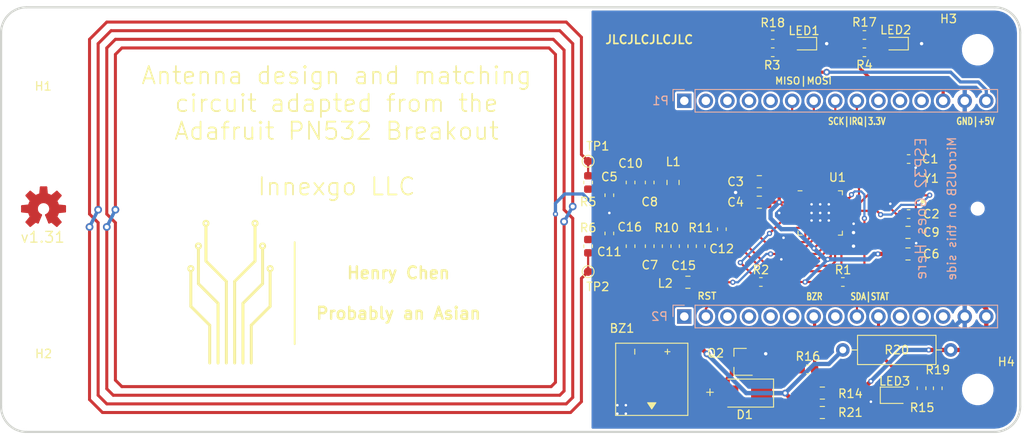
<source format=kicad_pcb>
(kicad_pcb (version 20171130) (host pcbnew "(5.1.6)-1")
  (layers (0 F.Cu signal) (31 B.Cu signal) (34 B.Paste user) (35 F.Paste user) (36 B.SilkS user) (37 F.SilkS user) (38 B.Mask user) (39 F.Mask user) (44 Edge.Cuts user))
  (net 0 "")
  (net 1 GND)
  (net 2 +5V)
  (net 3 "Net-(C1-Pad2)")
  (net 4 "Net-(C2-Pad2)")
  (net 5 +3V3)
  (net 6 "Net-(C10-Pad2)")
  (net 7 "Net-(C16-Pad2)")
  (net 8 "Net-(C10-Pad1)")
  (net 9 "Net-(C11-Pad1)")
  (net 10 "Net-(C12-Pad2)")
  (net 11 "Net-(C15-Pad2)")
  (net 12 "Net-(C15-Pad1)")
  (net 13 "Net-(L1-Pad2)")
  (net 14 "Net-(L2-Pad1)")
  (net 15 "Net-(LED1-Pad2)")
  (net 16 "Net-(LED2-Pad2)")
  (net 17 /SCK)
  (net 18 /MISO)
  (net 19 /MOSI)
  (net 20 /IRQ)
  (net 21 /GPIO-TH)
  (net 22 /SDA)
  (net 23 /RST)
  (net 24 "Net-(Q2-Pad1)")
  (net 25 "Net-(BZ1-Pad2)")
  (net 26 "Net-(BZ1-Pad1)")
  (net 27 "Net-(P1-Pad12)")
  (net 28 "Net-(P1-Pad4)")
  (net 29 "Net-(P1-Pad3)")
  (net 30 "Net-(P1-Pad2)")
  (net 31 "Net-(P1-Pad1)")
  (net 32 "Net-(P2-Pad13)")
  (net 33 "Net-(P2-Pad12)")
  (net 34 "Net-(P2-Pad11)")
  (net 35 "Net-(P2-Pad5)")
  (net 36 "Net-(P2-Pad4)")
  (net 37 "Net-(P2-Pad1)")
  (net 38 "Net-(U1-Pad1)")
  (net 39 "Net-(U1-Pad7)")
  (net 40 "Net-(U1-Pad8)")
  (net 41 "Net-(U1-Pad9)")
  (net 42 "Net-(U1-Pad19)")
  (net 43 "Net-(U1-Pad20)")
  (net 44 "Net-(U1-Pad25)")
  (net 45 "Net-(U1-Pad26)")
  (net 46 "Net-(U1-Pad27)")
  (net 47 "Net-(U1-Pad28)")
  (net 48 "Net-(P2-Pad8)")
  (net 49 "Net-(P2-Pad6)")
  (net 50 "Net-(P2-Pad3)")
  (net 51 "Net-(P1-Pad11)")
  (net 52 "Net-(P1-Pad5)")
  (net 53 "Net-(LED3-Pad2)")
  (net 54 /STATUS2)
  (net 55 /STATUS1)
  (net 56 "Net-(P1-Pad10)")
  (module Resistor_SMD:R_0603_1608Metric (layer F.Cu) (at 137.541 62.992)
    (fp_text reference R4 (at 0 1.5) (layer F.SilkS))
    (fp_text value 82)
    (pad 1 smd roundrect (at -0.7875 0) (size 0.875 0.95) (layers F.Cu F.Paste F.Mask) (net 55 /STATUS1))
    (pad 2 smd roundrect (at 0.7875 0) (size 0.875 0.95) (layers F.Cu F.Paste F.Mask) (net 16 "Net-(LED2-Pad2)"))
  )
  (module Custom:8.5mm_8.5mm_MLT_8530_BUZZER (layer F.Cu) (at 112.5 101.5 270)
    (fp_text reference BZ1 (at -6 3.5 180) (layer F.SilkS))
    (fp_text value Buzzer)
    (pad 2 smd rect (at -3.55 3.55 270) (size 2.3 2.3) (layers F.Cu F.Paste F.Mask) (net 25 "Net-(BZ1-Pad2)"))
    (pad 3 smd rect (at 3.55 3.55 270) (size 2.3 2.3) (layers F.Cu F.Paste F.Mask) (net 1 GND))
    (pad 4 smd rect (at 3.55 -3.55 270) (size 2.3 2.3) (layers F.Cu F.Paste F.Mask))
    (pad 1 smd rect (at -3.55 -3.55 270) (size 2.3 2.3) (layers F.Cu F.Paste F.Mask) (net 26 "Net-(BZ1-Pad1)"))
  )
  (module LED_SMD:LED_0805_2012Metric (layer F.Cu) (at 141.097 103.378)
    (fp_text reference LED3 (at 0 -1.65) (layer F.SilkS))
    (fp_text value LED_RED)
    (pad 2 smd roundrect (at 0.9375 0) (size 0.975 1.4) (layers F.Cu F.Paste F.Mask) (net 53 "Net-(LED3-Pad2)"))
    (pad 1 smd roundrect (at -0.9375 0) (size 0.975 1.4) (layers F.Cu F.Paste F.Mask) (net 1 GND))
  )
  (module Resistor_SMD:R_0805_2012Metric (layer F.Cu) (at 132.588 105.41 180)
    (fp_text reference R21 (at -3.302 0) (layer F.SilkS))
    (fp_text value 220)
    (pad 2 smd roundrect (at 0.9375 0 180) (size 0.975 1.4) (layers F.Cu F.Paste F.Mask) (net 26 "Net-(BZ1-Pad1)"))
    (pad 1 smd roundrect (at -0.9375 0 180) (size 0.975 1.4) (layers F.Cu F.Paste F.Mask) (net 5 +3V3))
  )
  (module Resistor_SMD:R_0805_2012Metric (layer F.Cu) (at 132.588 103.124 180)
    (fp_text reference R14 (at -3.302 -0.0635) (layer F.SilkS))
    (fp_text value 220)
    (pad 2 smd roundrect (at 0.9375 0 180) (size 0.975 1.4) (layers F.Cu F.Paste F.Mask) (net 26 "Net-(BZ1-Pad1)"))
    (pad 1 smd roundrect (at -0.9375 0 180) (size 0.975 1.4) (layers F.Cu F.Paste F.Mask) (net 5 +3V3))
  )
  (module Resistor_SMD:R_0603_1608Metric (layer F.Cu) (at 126.746 60.96)
    (fp_text reference R18 (at 0 -1.43) (layer F.SilkS))
    (fp_text value 240)
    (pad 2 smd roundrect (at 0.7875 0) (size 0.875 0.95) (layers F.Cu F.Paste F.Mask) (net 15 "Net-(LED1-Pad2)"))
    (pad 1 smd roundrect (at -0.7875 0) (size 0.875 0.95) (layers F.Cu F.Paste F.Mask) (net 2 +5V))
  )
  (module Resistor_SMD:R_0603_1608Metric (layer F.Cu) (at 146.177 102.5525 270)
    (fp_text reference R19 (at -2.159 0 180) (layer F.SilkS))
    (fp_text value 270)
    (pad 2 smd roundrect (at 0.7875 0 270) (size 0.875 0.95) (layers F.Cu F.Paste F.Mask) (net 53 "Net-(LED3-Pad2)"))
    (pad 1 smd roundrect (at -0.7875 0 270) (size 0.875 0.95) (layers F.Cu F.Paste F.Mask) (net 54 /STATUS2))
  )
  (module Resistor_SMD:R_0603_1608Metric (layer F.Cu) (at 137.541 60.96)
    (fp_text reference R17 (at 0 -1.5) (layer F.SilkS))
    (fp_text value 75)
    (pad 1 smd roundrect (at -0.7875 0) (size 0.875 0.95) (layers F.Cu F.Paste F.Mask) (net 55 /STATUS1))
    (pad 2 smd roundrect (at 0.7875 0) (size 0.875 0.95) (layers F.Cu F.Paste F.Mask) (net 16 "Net-(LED2-Pad2)"))
  )
  (module LED_SMD:LED_0603_1608Metric (layer F.Cu) (at 130.429 61.976 180)
    (fp_text reference LED1 (at 0 1.524) (layer F.SilkS))
    (fp_text value LED_GREEN)
    (pad 1 smd roundrect (at -0.7875 0 180) (size 0.875 0.95) (layers F.Cu F.Paste F.Mask) (net 1 GND))
    (pad 2 smd roundrect (at 0.7875 0 180) (size 0.875 0.95) (layers F.Cu F.Paste F.Mask) (net 15 "Net-(LED1-Pad2)"))
  )
  (module Resistor_SMD:R_0603_1608Metric (layer F.Cu) (at 144.272 102.5525 270)
    (fp_text reference R15 (at 2.286 -0.0635 180) (layer F.SilkS))
    (fp_text value 270)
    (pad 2 smd roundrect (at 0.7875 0 270) (size 0.875 0.95) (layers F.Cu F.Paste F.Mask) (net 53 "Net-(LED3-Pad2)"))
    (pad 1 smd roundrect (at -0.7875 0 270) (size 0.875 0.95) (layers F.Cu F.Paste F.Mask) (net 54 /STATUS2))
  )
  (module Capacitor_SMD:C_0805_2012Metric (layer F.Cu) (at 125.16536 80.645635 180)
    (fp_text reference C4 (at 2.794 0) (layer F.SilkS))
    (fp_text value 1uF)
    (pad 1 smd roundrect (at -0.9375 0 180) (size 0.975 1.4) (layers F.Cu F.Paste F.Mask) (net 5 +3V3))
    (pad 2 smd roundrect (at 0.9375 0 180) (size 0.975 1.4) (layers F.Cu F.Paste F.Mask) (net 1 GND))
  )
  (module Resistor_THT:R_Axial_DIN0309_L9.0mm_D3.2mm_P12.70mm_Horizontal (layer F.Cu) (at 135.001 98.044)
    (fp_text reference R20 (at 6.35 0) (layer F.SilkS))
    (fp_text value R_Axial)
    (pad 2 thru_hole oval (at 12.7 0) (size 1.6 1.6) (drill 0.8) (layers *.Cu *.Mask) (net 5 +3V3))
    (pad 1 thru_hole circle (at 0 0) (size 1.6 1.6) (drill 0.8) (layers *.Cu *.Mask) (net 26 "Net-(BZ1-Pad1)"))
  )
  (module Diode_SMD:D_SMA (layer F.Cu) (at 123.444 103.124 180)
    (fp_text reference D1 (at 0 -2.54) (layer F.SilkS))
    (fp_text value D_Schottky)
    (pad 2 smd rect (at 2 0 180) (size 2.5 1.8) (layers F.Cu F.Paste F.Mask) (net 25 "Net-(BZ1-Pad2)"))
    (pad 1 smd rect (at -2 0 180) (size 2.5 1.8) (layers F.Cu F.Paste F.Mask) (net 26 "Net-(BZ1-Pad1)"))
  )
  (module Inductor_SMD:L_0805_2012Metric (layer F.Cu) (at 116.75736 90.073635 180)
    (fp_text reference L2 (at 2.667 -0.127) (layer F.SilkS))
    (fp_text value 560nH)
    (pad 2 smd roundrect (at 0.9375 0 180) (size 0.975 1.4) (layers F.Cu F.Paste F.Mask) (net 7 "Net-(C16-Pad2)"))
    (pad 1 smd roundrect (at -0.9375 0 180) (size 0.975 1.4) (layers F.Cu F.Paste F.Mask) (net 14 "Net-(L2-Pad1)"))
  )
  (module Capacitor_SMD:C_0603_1608Metric (layer F.Cu) (at 107.50736 84.323635 90)
    (fp_text reference C11 (at -2.159 0 180) (layer F.SilkS))
    (fp_text value 100pF)
    (pad 2 smd roundrect (at 0.7875 0 90) (size 0.875 0.95) (layers F.Cu F.Paste F.Mask) (net 1 GND))
    (pad 1 smd roundrect (at -0.7875 0 90) (size 0.875 0.95) (layers F.Cu F.Paste F.Mask) (net 9 "Net-(C11-Pad1)"))
  )
  (module Capacitor_SMD:C_0603_1608Metric (layer F.Cu) (at 112.25736 85.823635 90)
    (fp_text reference C7 (at -2.225635 0.01636 180) (layer F.SilkS))
    (fp_text value 220pF)
    (pad 2 smd roundrect (at 0.7875 0 90) (size 0.875 0.95) (layers F.Cu F.Paste F.Mask) (net 1 GND))
    (pad 1 smd roundrect (at -0.7875 0 90) (size 0.875 0.95) (layers F.Cu F.Paste F.Mask) (net 7 "Net-(C16-Pad2)"))
  )
  (module Capacitor_SMD:C_0603_1608Metric (layer F.Cu) (at 110.00736 85.823635 270)
    (fp_text reference C16 (at -2.25 0.09764 180) (layer F.SilkS))
    (fp_text value 22pF)
    (pad 2 smd roundrect (at 0.7875 0 270) (size 0.875 0.95) (layers F.Cu F.Paste F.Mask) (net 7 "Net-(C16-Pad2)"))
    (pad 1 smd roundrect (at -0.7875 0 270) (size 0.875 0.95) (layers F.Cu F.Paste F.Mask) (net 9 "Net-(C11-Pad1)"))
  )
  (module Capacitor_SMD:C_0603_1608Metric (layer F.Cu) (at 110.00736 78.323635 270)
    (fp_text reference C10 (at -2.25 0 180) (layer F.SilkS))
    (fp_text value 22pF)
    (pad 2 smd roundrect (at 0.7875 0 270) (size 0.875 0.95) (layers F.Cu F.Paste F.Mask) (net 6 "Net-(C10-Pad2)"))
    (pad 1 smd roundrect (at -0.7875 0 270) (size 0.875 0.95) (layers F.Cu F.Paste F.Mask) (net 8 "Net-(C10-Pad1)"))
  )
  (module Oscillator:Oscillator_SMD_EuroQuartz_XO32-4Pin_3.2x2.5mm (layer F.Cu) (at 142.748 78.74 90)
    (fp_text reference Y1 (at 0.889 2.667 180) (layer F.SilkS))
    (fp_text value "27.12 MHz")
    (pad 4 smd rect (at -1.075 -0.775 90) (size 1 0.9) (layers F.Cu F.Paste F.Mask) (net 1 GND))
    (pad 3 smd rect (at 1.075 -0.775 90) (size 1 0.9) (layers F.Cu F.Paste F.Mask) (net 3 "Net-(C1-Pad2)"))
    (pad 2 smd rect (at 1.075 0.775 90) (size 1 0.9) (layers F.Cu F.Paste F.Mask) (net 1 GND))
    (pad 1 smd rect (at -1.075 0.775 90) (size 1 0.9) (layers F.Cu F.Paste F.Mask) (net 4 "Net-(C2-Pad2)"))
  )
  (module Connector_PinHeader_2.54mm:PinHeader_1x15_P2.54mm_Vertical (layer B.Cu) (at 116.332 94.107 270)
    (fp_text reference P2 (at 0 2.921 180) (layer B.SilkS) (effects (justify mirror)))
    (fp_text value "ESP32 DEVKIT1 RIGHT HEADER-MALE-2.54")
    (pad 15 thru_hole oval (at 0 -35.56 270) (size 1.7 1.7) (drill 1) (layers *.Cu *.Mask) (net 5 +3V3))
    (pad 14 thru_hole oval (at 0 -33.02 270) (size 1.7 1.7) (drill 1) (layers *.Cu *.Mask) (net 1 GND))
    (pad 13 thru_hole oval (at 0 -30.48 270) (size 1.7 1.7) (drill 1) (layers *.Cu *.Mask) (net 32 "Net-(P2-Pad13)"))
    (pad 12 thru_hole oval (at 0 -27.94 270) (size 1.7 1.7) (drill 1) (layers *.Cu *.Mask) (net 33 "Net-(P2-Pad12)"))
    (pad 11 thru_hole oval (at 0 -25.4 270) (size 1.7 1.7) (drill 1) (layers *.Cu *.Mask) (net 34 "Net-(P2-Pad11)"))
    (pad 10 thru_hole oval (at 0 -22.86 270) (size 1.7 1.7) (drill 1) (layers *.Cu *.Mask) (net 54 /STATUS2))
    (pad 9 thru_hole oval (at 0 -20.32 270) (size 1.7 1.7) (drill 1) (layers *.Cu *.Mask) (net 22 /SDA))
    (pad 8 thru_hole oval (at 0 -17.78 270) (size 1.7 1.7) (drill 1) (layers *.Cu *.Mask) (net 48 "Net-(P2-Pad8)"))
    (pad 7 thru_hole oval (at 0 -15.24 270) (size 1.7 1.7) (drill 1) (layers *.Cu *.Mask) (net 21 /GPIO-TH))
    (pad 6 thru_hole oval (at 0 -12.7 270) (size 1.7 1.7) (drill 1) (layers *.Cu *.Mask) (net 49 "Net-(P2-Pad6)"))
    (pad 5 thru_hole oval (at 0 -10.16 270) (size 1.7 1.7) (drill 1) (layers *.Cu *.Mask) (net 35 "Net-(P2-Pad5)"))
    (pad 4 thru_hole oval (at 0 -7.62 270) (size 1.7 1.7) (drill 1) (layers *.Cu *.Mask) (net 36 "Net-(P2-Pad4)"))
    (pad 3 thru_hole oval (at 0 -5.08 270) (size 1.7 1.7) (drill 1) (layers *.Cu *.Mask) (net 50 "Net-(P2-Pad3)"))
    (pad 2 thru_hole oval (at 0 -2.54 270) (size 1.7 1.7) (drill 1) (layers *.Cu *.Mask) (net 23 /RST))
    (pad 1 thru_hole rect (at 0 0 270) (size 1.7 1.7) (drill 1) (layers *.Cu *.Mask) (net 37 "Net-(P2-Pad1)"))
  )
  (module Connector_PinHeader_2.54mm:PinHeader_1x15_P2.54mm_Vertical (layer B.Cu) (at 116.332 68.707 270)
    (fp_text reference P1 (at 0 2.794 180) (layer B.SilkS) (effects (justify mirror)))
    (fp_text value "ESP32 DEVKIT1 LEFT HEADER-MALE-2.54")
    (pad 15 thru_hole oval (at 0 -35.56 270) (size 1.7 1.7) (drill 1) (layers *.Cu *.Mask) (net 2 +5V))
    (pad 14 thru_hole oval (at 0 -33.02 270) (size 1.7 1.7) (drill 1) (layers *.Cu *.Mask) (net 1 GND))
    (pad 13 thru_hole oval (at 0 -30.48 270) (size 1.7 1.7) (drill 1) (layers *.Cu *.Mask) (net 55 /STATUS1))
    (pad 12 thru_hole oval (at 0 -27.94 270) (size 1.7 1.7) (drill 1) (layers *.Cu *.Mask) (net 27 "Net-(P1-Pad12)"))
    (pad 11 thru_hole oval (at 0 -25.4 270) (size 1.7 1.7) (drill 1) (layers *.Cu *.Mask) (net 51 "Net-(P1-Pad11)"))
    (pad 10 thru_hole oval (at 0 -22.86 270) (size 1.7 1.7) (drill 1) (layers *.Cu *.Mask) (net 56 "Net-(P1-Pad10)"))
    (pad 9 thru_hole oval (at 0 -20.32 270) (size 1.7 1.7) (drill 1) (layers *.Cu *.Mask) (net 20 /IRQ))
    (pad 8 thru_hole oval (at 0 -17.78 270) (size 1.7 1.7) (drill 1) (layers *.Cu *.Mask) (net 17 /SCK))
    (pad 7 thru_hole oval (at 0 -15.24 270) (size 1.7 1.7) (drill 1) (layers *.Cu *.Mask) (net 19 /MOSI))
    (pad 6 thru_hole oval (at 0 -12.7 270) (size 1.7 1.7) (drill 1) (layers *.Cu *.Mask) (net 18 /MISO))
    (pad 5 thru_hole oval (at 0 -10.16 270) (size 1.7 1.7) (drill 1) (layers *.Cu *.Mask) (net 52 "Net-(P1-Pad5)"))
    (pad 4 thru_hole oval (at 0 -7.62 270) (size 1.7 1.7) (drill 1) (layers *.Cu *.Mask) (net 28 "Net-(P1-Pad4)"))
    (pad 3 thru_hole oval (at 0 -5.08 270) (size 1.7 1.7) (drill 1) (layers *.Cu *.Mask) (net 29 "Net-(P1-Pad3)"))
    (pad 2 thru_hole oval (at 0 -2.54 270) (size 1.7 1.7) (drill 1) (layers *.Cu *.Mask) (net 30 "Net-(P1-Pad2)"))
    (pad 1 thru_hole rect (at 0 0 270) (size 1.7 1.7) (drill 1) (layers *.Cu *.Mask) (net 31 "Net-(P1-Pad1)"))
  )
  (module Custom:TOOLING_HOLE_JLCPCB_SMT (layer F.Cu) (at 40.885 92.696)
    (fp_text reference H6 hide)
    (fp_text value ToolingHole hide)
    (pad "" np_thru_hole circle (at 0 0) (size 1.152 1.152) (drill 1.152) (layers *.Cu *.Mask))
  )
  (module Custom:TOOLING_HOLE_JLCPCB_SMT (layer F.Cu) (at 40.885 72.696)
    (fp_text reference H5 hide)
    (fp_text value ToolingHole hide)
    (pad "" np_thru_hole circle (at 0 0) (size 1.152 1.152) (drill 1.152) (layers *.Cu *.Mask))
  )
  (module Custom:TOOLING_HOLE_JLCPCB_SMT (layer F.Cu) (at 150.876 81.407)
    (fp_text reference H7 hide)
    (fp_text value ToolingHole hide)
    (pad "" np_thru_hole circle (at 0 0) (size 1.152 1.152) (drill 1.152) (layers *.Cu *.Mask))
  )
  (module Custom:OSHWLOGO_TOP_0.2 (layer F.Cu) (at 40.885 81.426)
    (fp_text reference LG1 hide)
    (fp_text value Logo_Open_Hardware_Small hide)
    (fp_poly (pts (xy 0.668 1.613) (xy 0.8 1.552) (xy 0.925 1.481) (xy 1.564 2.002) (xy 2.002 1.564) (xy 1.481 0.925) (xy 1.574 0.756) (xy 1.648 0.578) (xy 1.702 0.393) (xy 2.521 0.31) (xy 2.521 -0.31) (xy 1.702 -0.393) (xy 1.648 -0.578) (xy 1.574 -0.756) (xy 1.481 -0.925) (xy 2.002 -1.564) (xy 1.564 -2.002) (xy 0.925 -1.481) (xy 0.756 -1.574) (xy 0.578 -1.648) (xy 0.393 -1.702) (xy 0.31 -2.521) (xy -0.31 -2.521) (xy -0.393 -1.702) (xy -0.578 -1.648) (xy -0.756 -1.574) (xy -0.925 -1.481) (xy -1.564 -2.002) (xy -2.002 -1.564) (xy -1.481 -0.925) (xy -1.574 -0.756) (xy -1.648 -0.578) (xy -1.702 -0.393) (xy -2.521 -0.31) (xy -2.521 0.31) (xy -1.702 0.393) (xy -1.648 0.578) (xy -1.574 0.756) (xy -1.481 0.925) (xy -2.002 1.564) (xy -1.564 2.002) (xy -0.925 1.481) (xy -0.8 1.552) (xy -0.668 1.613) (xy -0.304 0.733) (xy -0.388 0.693) (xy -0.467 0.642) (xy -0.539 0.583) (xy -0.604 0.516) (xy -0.66 0.441) (xy -0.707 0.36) (xy -0.745 0.275) (xy -0.772 0.185) (xy -0.788 0.093) (xy -0.794 0) (xy -0.788 -0.098) (xy -0.77 -0.194) (xy -0.74 -0.287) (xy -0.699 -0.376) (xy -0.647 -0.459) (xy -0.586 -0.535) (xy -0.516 -0.604) (xy -0.437 -0.662) (xy -0.352 -0.711) (xy -0.262 -0.749) (xy -0.168 -0.776) (xy -0.071 -0.79) (xy 0.027 -0.793) (xy 0.124 -0.784) (xy 0.22 -0.763) (xy 0.312 -0.73) (xy 0.399 -0.686) (xy 0.481 -0.631) (xy 0.555 -0.567) (xy 0.621 -0.495) (xy 0.677 -0.415) (xy 0.723 -0.328) (xy 0.758 -0.237) (xy 0.781 -0.142) (xy 0.792 -0.044) (xy 0.792 0.053) (xy 0.779 0.151) (xy 0.755 0.245) (xy 0.719 0.336) (xy 0.672 0.422) (xy 0.615 0.502) (xy 0.549 0.574) (xy 0.474 0.637) (xy 0.392 0.69) (xy 0.304 0.733)) (layer F.Cu) (width 0))
    (fp_line (start 0.925 1.481) (end 1.564 2.002) (layer F.Cu) (width 0.254))
    (fp_line (start 1.564 2.002) (end 2.002 1.564) (layer F.Cu) (width 0.254))
    (fp_line (start 2.002 1.564) (end 1.481 0.925) (layer F.Cu) (width 0.254))
    (fp_line (start 1.702 0.393) (end 2.521 0.31) (layer F.Cu) (width 0.254))
    (fp_line (start 2.521 0.31) (end 2.521 -0.31) (layer F.Cu) (width 0.254))
    (fp_line (start 2.521 -0.31) (end 1.702 -0.393) (layer F.Cu) (width 0.254))
    (fp_line (start 1.481 -0.925) (end 2.002 -1.564) (layer F.Cu) (width 0.254))
    (fp_line (start 2.002 -1.564) (end 1.564 -2.002) (layer F.Cu) (width 0.254))
    (fp_line (start 1.564 -2.002) (end 0.925 -1.481) (layer F.Cu) (width 0.254))
    (fp_line (start 0.393 -1.702) (end 0.31 -2.521) (layer F.Cu) (width 0.254))
    (fp_line (start 0.31 -2.521) (end -0.31 -2.521) (layer F.Cu) (width 0.254))
    (fp_line (start -0.31 -2.521) (end -0.393 -1.702) (layer F.Cu) (width 0.254))
    (fp_line (start -0.925 -1.481) (end -1.564 -2.002) (layer F.Cu) (width 0.254))
    (fp_line (start -1.564 -2.002) (end -2.002 -1.564) (layer F.Cu) (width 0.254))
    (fp_line (start -2.002 -1.564) (end -1.481 -0.925) (layer F.Cu) (width 0.254))
    (fp_line (start -1.702 -0.393) (end -2.521 -0.31) (layer F.Cu) (width 0.254))
    (fp_line (start -2.521 -0.31) (end -2.521 0.31) (layer F.Cu) (width 0.254))
    (fp_line (start -2.521 0.31) (end -1.702 0.393) (layer F.Cu) (width 0.254))
    (fp_line (start -1.481 0.925) (end -2.002 1.564) (layer F.Cu) (width 0.254))
    (fp_line (start -2.002 1.564) (end -1.564 2.002) (layer F.Cu) (width 0.254))
    (fp_line (start -1.564 2.002) (end -0.925 1.481) (layer F.Cu) (width 0.254))
    (fp_line (start -0.668 1.613) (end -0.304 0.733) (layer F.Cu) (width 0.254))
    (fp_line (start 0.304 0.733) (end 0.668 1.613) (layer F.Cu) (width 0.254))
    (fp_arc (start 0 0) (end -0.794 0) (angle 247.499) (layer F.Cu) (width 0.254))
    (fp_arc (start 0 0) (end -0.304 0.733) (angle 67.496) (layer F.Cu) (width 0.254))
    (fp_arc (start 0.001 0) (end -0.668 1.613) (angle 9.501) (layer F.Cu) (width 0.254))
    (fp_arc (start 0 0) (end -1.481 0.925) (angle 19.004) (layer F.Cu) (width 0.254))
    (fp_arc (start 0 0) (end -1.702 -0.393) (angle 19.004) (layer F.Cu) (width 0.254))
    (fp_arc (start 0 0) (end -0.925 -1.481) (angle 19.004) (layer F.Cu) (width 0.254))
    (fp_arc (start 0 0) (end 0.393 -1.702) (angle 19.004) (layer F.Cu) (width 0.254))
    (fp_arc (start 0 0) (end 1.481 -0.925) (angle 19.004) (layer F.Cu) (width 0.254))
    (fp_arc (start 0 0) (end 1.702 0.393) (angle 19.004) (layer F.Cu) (width 0.254))
    (fp_arc (start -0.001 0) (end 0.925 1.481) (angle 9.501) (layer F.Cu) (width 0.254))
  )
  (module MountingHole:MountingHole_3.2mm_M3 (layer F.Cu) (at 40.885 102.696)
    (fp_text reference H2 (at 0 -4.2) (layer F.SilkS))
    (fp_text value MountingHole)
    (pad 1 np_thru_hole circle (at 0 0) (size 3.2 3.2) (drill 3.2) (layers *.Cu *.Mask))
  )
  (module MountingHole:MountingHole_3.2mm_M3 (layer F.Cu) (at 150.885 102.696)
    (fp_text reference H4 (at 3.36336 -3.254365) (layer F.SilkS))
    (fp_text value MountingHole)
    (pad 1 np_thru_hole circle (at 0 0) (size 3.2 3.2) (drill 3.2) (layers *.Cu *.Mask))
  )
  (module MountingHole:MountingHole_3.2mm_M3 (layer F.Cu) (at 150.885 62.696)
    (fp_text reference H3 (at -3.438 -3.641) (layer F.SilkS))
    (fp_text value MountingHole)
    (pad "" np_thru_hole circle (at 0 0) (size 3.2 3.2) (drill 3.2) (layers *.Cu *.Mask))
  )
  (module MountingHole:MountingHole_3.2mm_M3 (layer F.Cu) (at 40.885 62.696)
    (fp_text reference H1 (at -0.0418 4.2965) (layer F.SilkS))
    (fp_text value MountingHole)
    (pad 1 np_thru_hole circle (at 0 0) (size 3.2 3.2) (drill 3.2) (layers *.Cu *.Mask))
  )
  (module Resistor_SMD:R_0603_1608Metric (layer F.Cu) (at 135.001 90.043 180)
    (fp_text reference R1 (at -0.0254 1.4224) (layer F.SilkS))
    (fp_text value 1.0K)
    (pad 2 smd roundrect (at 0.7875 0 180) (size 0.875 0.95) (layers F.Cu F.Paste F.Mask) (net 5 +3V3))
    (pad 1 smd roundrect (at -0.7875 0 180) (size 0.875 0.95) (layers F.Cu F.Paste F.Mask) (net 22 /SDA))
  )
  (module TestPoint:TestPoint_Pad_D1.0mm (layer F.Cu) (at 105.00736 75.823635)
    (fp_text reference TP1 (at 1.143 -1.778) (layer F.SilkS))
    (fp_text value TestPoint_Probe)
    (pad 1 smd circle (at 0 0) (size 1 1) (layers F.Cu F.Mask) (net 1 GND))
  )
  (module TestPoint:TestPoint_Pad_D1.0mm (layer F.Cu) (at 105.00736 88.823635)
    (fp_text reference TP2 (at 1.143 1.778) (layer F.SilkS))
    (fp_text value TestPoint_Probe)
    (pad 1 smd circle (at 0 0) (size 1 1) (layers F.Cu F.Mask) (net 1 GND))
  )
  (module Package_DFN_QFN:QFN-32-1EP_5x5mm_P0.5mm_EP3.1x3.1mm (layer F.Cu) (at 132.334 81.915)
    (fp_text reference U1 (at 2.032 -4.191) (layer F.SilkS))
    (fp_text value MFRC522)
    (pad 32 smd roundrect (at -1.75 -2.4375) (size 0.25 0.875) (layers F.Cu F.Paste F.Mask) (net 5 +3V3))
    (pad 31 smd roundrect (at -1.25 -2.4375) (size 0.25 0.875) (layers F.Cu F.Paste F.Mask) (net 18 /MISO))
    (pad 30 smd roundrect (at -0.75 -2.4375) (size 0.25 0.875) (layers F.Cu F.Paste F.Mask) (net 19 /MOSI))
    (pad 29 smd roundrect (at -0.25 -2.4375) (size 0.25 0.875) (layers F.Cu F.Paste F.Mask) (net 17 /SCK))
    (pad 28 smd roundrect (at 0.25 -2.4375) (size 0.25 0.875) (layers F.Cu F.Paste F.Mask) (net 47 "Net-(U1-Pad28)"))
    (pad 27 smd roundrect (at 0.75 -2.4375) (size 0.25 0.875) (layers F.Cu F.Paste F.Mask) (net 46 "Net-(U1-Pad27)"))
    (pad 26 smd roundrect (at 1.25 -2.4375) (size 0.25 0.875) (layers F.Cu F.Paste F.Mask) (net 45 "Net-(U1-Pad26)"))
    (pad 25 smd roundrect (at 1.75 -2.4375) (size 0.25 0.875) (layers F.Cu F.Paste F.Mask) (net 44 "Net-(U1-Pad25)"))
    (pad 24 smd roundrect (at 2.4375 -1.75) (size 0.875 0.25) (layers F.Cu F.Paste F.Mask) (net 22 /SDA))
    (pad 23 smd roundrect (at 2.4375 -1.25) (size 0.875 0.25) (layers F.Cu F.Paste F.Mask) (net 20 /IRQ))
    (pad 22 smd roundrect (at 2.4375 -0.75) (size 0.875 0.25) (layers F.Cu F.Paste F.Mask) (net 3 "Net-(C1-Pad2)"))
    (pad 21 smd roundrect (at 2.4375 -0.25) (size 0.875 0.25) (layers F.Cu F.Paste F.Mask) (net 4 "Net-(C2-Pad2)"))
    (pad 20 smd roundrect (at 2.4375 0.25) (size 0.875 0.25) (layers F.Cu F.Paste F.Mask) (net 43 "Net-(U1-Pad20)"))
    (pad 19 smd roundrect (at 2.4375 0.75) (size 0.875 0.25) (layers F.Cu F.Paste F.Mask) (net 42 "Net-(U1-Pad19)"))
    (pad 18 smd roundrect (at 2.4375 1.25) (size 0.875 0.25) (layers F.Cu F.Paste F.Mask) (net 1 GND))
    (pad 17 smd roundrect (at 2.4375 1.75) (size 0.875 0.25) (layers F.Cu F.Paste F.Mask) (net 12 "Net-(C15-Pad1)"))
    (pad 16 smd roundrect (at 1.75 2.4375) (size 0.25 0.875) (layers F.Cu F.Paste F.Mask) (net 10 "Net-(C12-Pad2)"))
    (pad 15 smd roundrect (at 1.25 2.4375) (size 0.25 0.875) (layers F.Cu F.Paste F.Mask) (net 5 +3V3))
    (pad 14 smd roundrect (at 0.75 2.4375) (size 0.25 0.875) (layers F.Cu F.Paste F.Mask) (net 1 GND))
    (pad 13 smd roundrect (at 0.25 2.4375) (size 0.25 0.875) (layers F.Cu F.Paste F.Mask) (net 14 "Net-(L2-Pad1)"))
    (pad 12 smd roundrect (at -0.25 2.4375) (size 0.25 0.875) (layers F.Cu F.Paste F.Mask) (net 5 +3V3))
    (pad 11 smd roundrect (at -0.75 2.4375) (size 0.25 0.875) (layers F.Cu F.Paste F.Mask) (net 13 "Net-(L1-Pad2)"))
    (pad 10 smd roundrect (at -1.25 2.4375) (size 0.25 0.875) (layers F.Cu F.Paste F.Mask) (net 1 GND))
    (pad 9 smd roundrect (at -1.75 2.4375) (size 0.25 0.875) (layers F.Cu F.Paste F.Mask) (net 41 "Net-(U1-Pad9)"))
    (pad 8 smd roundrect (at -2.4375 1.75) (size 0.875 0.25) (layers F.Cu F.Paste F.Mask) (net 40 "Net-(U1-Pad8)"))
    (pad 7 smd roundrect (at -2.4375 1.25) (size 0.875 0.25) (layers F.Cu F.Paste F.Mask) (net 39 "Net-(U1-Pad7)"))
    (pad 6 smd roundrect (at -2.4375 0.75) (size 0.875 0.25) (layers F.Cu F.Paste F.Mask) (net 23 /RST))
    (pad 5 smd roundrect (at -2.4375 0.25) (size 0.875 0.25) (layers F.Cu F.Paste F.Mask) (net 1 GND))
    (pad 4 smd roundrect (at -2.4375 -0.25) (size 0.875 0.25) (layers F.Cu F.Paste F.Mask) (net 1 GND))
    (pad 3 smd roundrect (at -2.4375 -0.75) (size 0.875 0.25) (layers F.Cu F.Paste F.Mask) (net 5 +3V3))
    (pad 2 smd roundrect (at -2.4375 -1.25) (size 0.875 0.25) (layers F.Cu F.Paste F.Mask) (net 5 +3V3))
    (pad 1 smd roundrect (at -2.4375 -1.75) (size 0.875 0.25) (layers F.Cu F.Paste F.Mask) (net 38 "Net-(U1-Pad1)"))
    (pad 33 smd roundrect (at 0 0) (size 3.1 3.1) (layers F.Cu F.Mask) (roundrect_rratio 0.081) (net 1 GND))
  )
  (module Resistor_SMD:R_0603_1608Metric (layer F.Cu) (at 130.8862 100.33 180)
    (fp_text reference R16 (at 0 1.524) (layer F.SilkS) (effects (font (thickness 0.153))))
    (fp_text value 240)
    (pad 2 smd roundrect (at 0.7875 0 180) (size 0.875 0.95) (layers F.Cu F.Paste F.Mask) (net 24 "Net-(Q2-Pad1)"))
    (pad 1 smd roundrect (at -0.7875 0 180) (size 0.875 0.95) (layers F.Cu F.Paste F.Mask) (net 21 /GPIO-TH))
  )
  (module Resistor_SMD:R_0603_1608Metric (layer F.Cu) (at 118.25736 85.823635 90)
    (fp_text reference R11 (at 2.159 0 180) (layer F.SilkS))
    (fp_text value 1.0K)
    (pad 2 smd roundrect (at 0.7875 0 90) (size 0.875 0.95) (layers F.Cu F.Paste F.Mask) (net 10 "Net-(C12-Pad2)"))
    (pad 1 smd roundrect (at -0.7875 0 90) (size 0.875 0.95) (layers F.Cu F.Paste F.Mask) (net 12 "Net-(C15-Pad1)"))
  )
  (module Resistor_SMD:R_0603_1608Metric (layer F.Cu) (at 114.25736 85.823635 270)
    (fp_text reference R10 (at -2.159 0 180) (layer F.SilkS))
    (fp_text value 1.69K)
    (pad 2 smd roundrect (at 0.7875 0 270) (size 0.875 0.95) (layers F.Cu F.Paste F.Mask) (net 7 "Net-(C16-Pad2)"))
    (pad 1 smd roundrect (at -0.7875 0 270) (size 0.875 0.95) (layers F.Cu F.Paste F.Mask) (net 11 "Net-(C15-Pad2)"))
  )
  (module Resistor_SMD:R_0603_1608Metric (layer F.Cu) (at 105.00736 85.823635 270)
    (fp_text reference R6 (at -2.159 0 180) (layer F.SilkS))
    (fp_text value 1.5)
    (pad 2 smd roundrect (at 0.7875 0 270) (size 0.875 0.95) (layers F.Cu F.Paste F.Mask) (net 1 GND))
    (pad 1 smd roundrect (at -0.7875 0 270) (size 0.875 0.95) (layers F.Cu F.Paste F.Mask) (net 9 "Net-(C11-Pad1)"))
  )
  (module Resistor_SMD:R_0603_1608Metric (layer F.Cu) (at 105.00736 78.323635 270)
    (fp_text reference R5 (at 2.286 0 180) (layer F.SilkS))
    (fp_text value 1.5)
    (pad 2 smd roundrect (at 0.7875 0 270) (size 0.875 0.95) (layers F.Cu F.Paste F.Mask) (net 6 "Net-(C10-Pad2)"))
    (pad 1 smd roundrect (at -0.7875 0 270) (size 0.875 0.95) (layers F.Cu F.Paste F.Mask) (net 1 GND))
  )
  (module Resistor_SMD:R_0603_1608Metric (layer F.Cu) (at 126.746 62.992)
    (fp_text reference R3 (at -0.0635 1.524) (layer F.SilkS))
    (fp_text value 240)
    (pad 2 smd roundrect (at 0.7875 0) (size 0.875 0.95) (layers F.Cu F.Paste F.Mask) (net 15 "Net-(LED1-Pad2)"))
    (pad 1 smd roundrect (at -0.7875 0) (size 0.875 0.95) (layers F.Cu F.Paste F.Mask) (net 2 +5V))
  )
  (module Resistor_SMD:R_0603_1608Metric (layer F.Cu) (at 125.349 90.043)
    (fp_text reference R2 (at 0 -1.43) (layer F.SilkS))
    (fp_text value 1.0K)
    (pad 2 smd roundrect (at 0.7875 0) (size 0.875 0.95) (layers F.Cu F.Paste F.Mask) (net 5 +3V3))
    (pad 1 smd roundrect (at -0.7875 0) (size 0.875 0.95) (layers F.Cu F.Paste F.Mask) (net 23 /RST))
  )
  (module Package_TO_SOT_SMD:SOT-23 (layer F.Cu) (at 122.936 99.441 180)
    (fp_text reference Q2 (at 2.921 1.016) (layer F.SilkS))
    (fp_text value Q_NPN_BEC)
    (pad 3 smd rect (at 1 0 180) (size 0.9 0.8) (layers F.Cu F.Paste F.Mask) (net 25 "Net-(BZ1-Pad2)"))
    (pad 2 smd rect (at -1 0.95 180) (size 0.9 0.8) (layers F.Cu F.Paste F.Mask) (net 1 GND))
    (pad 1 smd rect (at -1 -0.95 180) (size 0.9 0.8) (layers F.Cu F.Paste F.Mask) (net 24 "Net-(Q2-Pad1)"))
  )
  (module LED_SMD:LED_0603_1608Metric (layer F.Cu) (at 141.224 61.976 180)
    (fp_text reference LED2 (at 0 1.613) (layer F.SilkS))
    (fp_text value LED_BLUE)
    (pad 1 smd roundrect (at -0.7875 0 180) (size 0.875 0.95) (layers F.Cu F.Paste F.Mask) (net 1 GND))
    (pad 2 smd roundrect (at 0.7875 0 180) (size 0.875 0.95) (layers F.Cu F.Paste F.Mask) (net 16 "Net-(LED2-Pad2)"))
  )
  (module Inductor_SMD:L_0805_2012Metric (layer F.Cu) (at 115.00736 78.323635 270)
    (fp_text reference L1 (at -2.4384 -0.0254 180) (layer F.SilkS))
    (fp_text value 560nH)
    (pad 2 smd roundrect (at 0.9375 0 270) (size 0.975 1.4) (layers F.Cu F.Paste F.Mask) (net 13 "Net-(L1-Pad2)"))
    (pad 1 smd roundrect (at -0.9375 0 270) (size 0.975 1.4) (layers F.Cu F.Paste F.Mask) (net 8 "Net-(C10-Pad1)"))
  )
  (module Capacitor_SMD:C_0603_1608Metric (layer F.Cu) (at 116.25736 85.823635 90)
    (fp_text reference C15 (at -2.286 0 180) (layer F.SilkS))
    (fp_text value 1nF)
    (pad 2 smd roundrect (at 0.7875 0 90) (size 0.875 0.95) (layers F.Cu F.Paste F.Mask) (net 11 "Net-(C15-Pad2)"))
    (pad 1 smd roundrect (at -0.7875 0 90) (size 0.875 0.95) (layers F.Cu F.Paste F.Mask) (net 12 "Net-(C15-Pad1)"))
  )
  (module Capacitor_SMD:C_0603_1608Metric (layer F.Cu) (at 120.75736 83.823635 270)
    (fp_text reference C12 (at 2.3114 0.0254 180) (layer F.SilkS))
    (fp_text value 100nF)
    (pad 2 smd roundrect (at 0.7875 0 270) (size 0.875 0.95) (layers F.Cu F.Paste F.Mask) (net 10 "Net-(C12-Pad2)"))
    (pad 1 smd roundrect (at -0.7875 0 270) (size 0.875 0.95) (layers F.Cu F.Paste F.Mask) (net 1 GND))
  )
  (module Capacitor_SMD:C_0805_2012Metric (layer F.Cu) (at 142.672 84.201)
    (fp_text reference C9 (at 2.743 0) (layer F.SilkS))
    (fp_text value 1uF)
    (pad 2 smd roundrect (at 0.9375 0) (size 0.975 1.4) (layers F.Cu F.Paste F.Mask) (net 1 GND))
    (pad 1 smd roundrect (at -0.9375 0) (size 0.975 1.4) (layers F.Cu F.Paste F.Mask) (net 5 +3V3))
  )
  (module Capacitor_SMD:C_0603_1608Metric (layer F.Cu) (at 112.25736 78.323635 90)
    (fp_text reference C8 (at -2.286 0 180) (layer F.SilkS))
    (fp_text value 220pF)
    (pad 2 smd roundrect (at 0.7875 0 90) (size 0.875 0.95) (layers F.Cu F.Paste F.Mask) (net 8 "Net-(C10-Pad1)"))
    (pad 1 smd roundrect (at -0.7875 0 90) (size 0.875 0.95) (layers F.Cu F.Paste F.Mask) (net 1 GND))
  )
  (module Capacitor_SMD:C_0805_2012Metric (layer F.Cu) (at 142.672 86.741)
    (fp_text reference C6 (at 2.743 0) (layer F.SilkS))
    (fp_text value 1uF)
    (pad 2 smd roundrect (at 0.9375 0) (size 0.975 1.4) (layers F.Cu F.Paste F.Mask) (net 1 GND))
    (pad 1 smd roundrect (at -0.9375 0) (size 0.975 1.4) (layers F.Cu F.Paste F.Mask) (net 5 +3V3))
  )
  (module Capacitor_SMD:C_0603_1608Metric (layer F.Cu) (at 107.50736 79.823635 90)
    (fp_text reference C5 (at 2.159 0 180) (layer F.SilkS))
    (fp_text value 100pF)
    (pad 2 smd roundrect (at 0.7875 0 90) (size 0.875 0.95) (layers F.Cu F.Paste F.Mask) (net 6 "Net-(C10-Pad2)"))
    (pad 1 smd roundrect (at -0.7875 0 90) (size 0.875 0.95) (layers F.Cu F.Paste F.Mask) (net 1 GND))
  )
  (module Capacitor_SMD:C_0805_2012Metric (layer F.Cu) (at 125.16536 78.232635 180)
    (fp_text reference C3 (at 2.794 0) (layer F.SilkS))
    (fp_text value 1uF)
    (pad 1 smd roundrect (at -0.9375 0 180) (size 0.975 1.4) (layers F.Cu F.Paste F.Mask) (net 5 +3V3))
    (pad 2 smd roundrect (at 0.9375 0 180) (size 0.975 1.4) (layers F.Cu F.Paste F.Mask) (net 1 GND))
  )
  (module Capacitor_SMD:C_0603_1608Metric (layer F.Cu) (at 142.748 82.042)
    (fp_text reference C2 (at 2.667 0) (layer F.SilkS))
    (fp_text value 33pF)
    (pad 2 smd roundrect (at 0.7875 0) (size 0.875 0.95) (layers F.Cu F.Paste F.Mask) (net 4 "Net-(C2-Pad2)"))
    (pad 1 smd roundrect (at -0.7875 0) (size 0.875 0.95) (layers F.Cu F.Paste F.Mask) (net 1 GND))
  )
  (module Capacitor_SMD:C_0603_1608Metric (layer F.Cu) (at 142.748 75.565 180)
    (fp_text reference C1 (at -2.54 0) (layer F.SilkS))
    (fp_text value 33pF)
    (pad 2 smd roundrect (at 0.7875 0 180) (size 0.875 0.95) (layers F.Cu F.Paste F.Mask) (net 3 "Net-(C1-Pad2)"))
    (pad 1 smd roundrect (at -0.7875 0 180) (size 0.875 0.95) (layers F.Cu F.Paste F.Mask) (net 1 GND))
  )
  (gr_text BZR (at 130.6195 91.7575) (layer F.SilkS) (effects (font (size 0.813 0.635) (thickness 0.152)) (justify left)))
  (gr_text JLCJLCJLCJLC (at 112.2 61.5) (layer F.SilkS) (effects (font (size 1 1) (thickness 0.2))))
  (gr_line (start 118.95736 103.023635) (end 119.75736 103.023635) (layer F.SilkS) (width 0.12))
  (gr_line (start 119.35736 102.623635) (end 119.35736 103.423635) (layer F.SilkS) (width 0.12))
  (gr_circle (center 144.43036 80.562635) (end 144.43036 80.562635) (layer F.SilkS) (width 0.25))
  (gr_circle (center 67.56578 88.466295) (end 67.86078 88.466295) (layer F.SilkS) (width 0.24))
  (gr_circle (center 66.67678 85.799295) (end 66.97178 85.799295) (layer F.SilkS) (width 0.24))
  (gr_circle (center 65.78778 83.132295) (end 66.08278 83.132295) (layer F.SilkS) (width 0.24))
  (gr_circle (center 60.00928 83.132295) (end 60.30428 83.132295) (layer F.SilkS) (width 0.24))
  (gr_circle (center 59.12028 85.799295) (end 59.41528 85.799295) (layer F.SilkS) (width 0.24))
  (gr_circle (center 58.23128 88.466295) (end 58.52628 88.466295) (layer F.SilkS) (width 0.24))
  (gr_line (start 87.178896 88.875235) (end 87.178896 88.875235) (layer F.SilkS) (width 0.28))
  (gr_line (start 88.178131 88.675211) (end 88.178131 88.675211) (layer F.SilkS) (width 0.28))
  (gr_line (start 87.778082 88.808561) (end 87.844756 88.741886) (layer F.SilkS) (width 0.28))
  (gr_line (start 74.011919 93.035756) (end 74.011919 93.035756) (layer F.SilkS) (width 0.28))
  (gr_line (start 87.778082 88.675211) (end 87.778082 89.608661) (layer F.SilkS) (width 0.28))
  (gr_line (start 87.112221 88.741886) (end 87.178896 88.875235) (layer F.SilkS) (width 0.28))
  (gr_line (start 85.912071 88.875235) (end 85.845397 88.741886) (layer F.SilkS) (width 0.28))
  (gr_line (start 86.712172 88.675211) (end 86.712172 88.675211) (layer F.SilkS) (width 0.28))
  (gr_line (start 86.512146 88.875235) (end 86.512146 88.875235) (layer F.SilkS) (width 0.28))
  (gr_line (start 86.97887 89.608661) (end 86.712172 89.608661) (layer F.SilkS) (width 0.28))
  (gr_line (start 85.712045 88.675211) (end 85.712045 88.675211) (layer F.SilkS) (width 0.28))
  (gr_line (start 85.512022 88.675211) (end 85.37867 88.741886) (layer F.SilkS) (width 0.28))
  (gr_line (start 87.178896 89.008585) (end 86.512146 89.141936) (layer F.SilkS) (width 0.28))
  (gr_line (start 73.345168 92.969081) (end 73.345168 92.969081) (layer F.SilkS) (width 0.28))
  (gr_line (start 87.178896 88.875235) (end 87.178896 89.008585) (layer F.SilkS) (width 0.28))
  (gr_line (start 86.578821 89.541986) (end 86.578821 89.541986) (layer F.SilkS) (width 0.28))
  (gr_line (start 87.178896 89.008585) (end 87.178896 89.008585) (layer F.SilkS) (width 0.28))
  (gr_line (start 88.378157 88.875235) (end 88.378157 88.875235) (layer F.SilkS) (width 0.28))
  (gr_line (start 87.844756 88.741886) (end 87.978108 88.675211) (layer F.SilkS) (width 0.28))
  (gr_line (start 87.844756 88.741886) (end 87.844756 88.741886) (layer F.SilkS) (width 0.28))
  (gr_line (start 86.578821 89.541986) (end 86.512146 89.408635) (layer F.SilkS) (width 0.28))
  (gr_line (start 85.845397 88.741886) (end 85.845397 88.741886) (layer F.SilkS) (width 0.28))
  (gr_line (start 86.512146 88.875235) (end 86.578821 88.741886) (layer F.SilkS) (width 0.28))
  (gr_line (start 73.345168 94.368366) (end 73.345168 92.969081) (layer F.SilkS) (width 0.28))
  (gr_line (start 88.378157 88.875235) (end 88.378157 89.608661) (layer F.SilkS) (width 0.28))
  (gr_line (start 88.311482 88.741886) (end 88.378157 88.875235) (layer F.SilkS) (width 0.28))
  (gr_line (start 86.512146 89.408635) (end 86.512146 88.875235) (layer F.SilkS) (width 0.28))
  (gr_line (start 88.311482 88.741886) (end 88.311482 88.741886) (layer F.SilkS) (width 0.28))
  (gr_line (start 86.97887 88.675211) (end 86.97887 88.675211) (layer F.SilkS) (width 0.28))
  (gr_line (start 87.978108 88.675211) (end 87.978108 88.675211) (layer F.SilkS) (width 0.28))
  (gr_line (start 86.97887 88.675211) (end 87.112221 88.741886) (layer F.SilkS) (width 0.28))
  (gr_line (start 85.912071 88.875235) (end 85.912071 88.875235) (layer F.SilkS) (width 0.28))
  (gr_line (start 86.712172 89.608661) (end 86.712172 89.608661) (layer F.SilkS) (width 0.28))
  (gr_line (start 86.97887 89.608661) (end 86.97887 89.608661) (layer F.SilkS) (width 0.28))
  (gr_line (start 85.37867 88.741886) (end 85.311996 88.808561) (layer F.SilkS) (width 0.28))
  (gr_line (start 85.37867 88.741886) (end 85.37867 88.741886) (layer F.SilkS) (width 0.28))
  (gr_line (start 85.845397 88.741886) (end 85.712045 88.675211) (layer F.SilkS) (width 0.28))
  (gr_line (start 86.712172 88.675211) (end 86.97887 88.675211) (layer F.SilkS) (width 0.28))
  (gr_line (start 74.145268 93.23578) (end 74.145268 93.435806) (layer F.SilkS) (width 0.28))
  (gr_line (start 73.878569 92.969081) (end 73.878569 92.969081) (layer F.SilkS) (width 0.28))
  (gr_line (start 85.512022 88.675211) (end 85.512022 88.675211) (layer F.SilkS) (width 0.28))
  (gr_line (start 73.878569 92.969081) (end 74.011919 93.035756) (layer F.SilkS) (width 0.28))
  (gr_line (start 73.345168 92.969081) (end 73.878569 92.969081) (layer F.SilkS) (width 0.28))
  (gr_line (start 88.178131 88.675211) (end 88.311482 88.741886) (layer F.SilkS) (width 0.28))
  (gr_line (start 86.578821 88.741886) (end 86.712172 88.675211) (layer F.SilkS) (width 0.28))
  (gr_line (start 87.112221 89.541986) (end 86.97887 89.608661) (layer F.SilkS) (width 0.28))
  (gr_line (start 86.578821 88.741886) (end 86.578821 88.741886) (layer F.SilkS) (width 0.28))
  (gr_line (start 85.712045 88.675211) (end 85.512022 88.675211) (layer F.SilkS) (width 0.28))
  (gr_line (start 87.978108 88.675211) (end 88.178131 88.675211) (layer F.SilkS) (width 0.28))
  (gr_line (start 87.112221 88.741886) (end 87.112221 88.741886) (layer F.SilkS) (width 0.28))
  (gr_line (start 86.512146 89.408635) (end 86.512146 89.408635) (layer F.SilkS) (width 0.28))
  (gr_line (start 74.145268 93.23578) (end 74.145268 93.23578) (layer F.SilkS) (width 0.28))
  (gr_line (start 74.078593 93.102431) (end 74.145268 93.23578) (layer F.SilkS) (width 0.28))
  (gr_line (start 74.078593 93.102431) (end 74.078593 93.102431) (layer F.SilkS) (width 0.28))
  (gr_line (start 74.011919 93.035756) (end 74.078593 93.102431) (layer F.SilkS) (width 0.28))
  (gr_line (start 86.712172 89.608661) (end 86.578821 89.541986) (layer F.SilkS) (width 0.28))
  (gr_line (start 80.745202 94.301692) (end 80.678528 94.168342) (layer F.SilkS) (width 0.28))
  (gr_line (start 77.011404 94.368366) (end 76.878943 94.301692) (layer F.SilkS) (width 0.28))
  (gr_line (start 80.678528 94.168342) (end 80.678528 92.969081) (layer F.SilkS) (width 0.28))
  (gr_line (start 78.544929 93.435806) (end 78.544929 93.435806) (layer F.SilkS) (width 0.28))
  (gr_line (start 80.678528 94.168342) (end 80.678528 94.168342) (layer F.SilkS) (width 0.28))
  (gr_line (start 79.545053 94.368366) (end 79.411703 94.301692) (layer F.SilkS) (width 0.28))
  (gr_line (start 79.545053 94.368366) (end 79.545053 94.368366) (layer F.SilkS) (width 0.28))
  (gr_line (start 80.011778 94.235016) (end 80.011778 94.235016) (layer F.SilkS) (width 0.28))
  (gr_line (start 78.144878 94.301692) (end 78.144878 94.301692) (layer F.SilkS) (width 0.28))
  (gr_line (start 77.011404 94.368366) (end 77.011404 94.368366) (layer F.SilkS) (width 0.28))
  (gr_line (start 79.811754 94.368366) (end 79.811754 94.368366) (layer F.SilkS) (width 0.28))
  (gr_line (start 79.945104 94.301692) (end 79.945104 94.301692) (layer F.SilkS) (width 0.28))
  (gr_line (start 80.011778 94.235016) (end 79.945104 94.301692) (layer F.SilkS) (width 0.28))
  (gr_line (start 80.011778 93.569156) (end 80.078453 93.701617) (layer F.SilkS) (width 0.28))
  (gr_line (start 78.611603 93.834967) (end 78.744954 93.768291) (layer F.SilkS) (width 0.28))
  (gr_line (start 79.545053 93.435806) (end 79.545053 93.435806) (layer F.SilkS) (width 0.28))
  (gr_line (start 79.945104 93.50248) (end 80.011778 93.569156) (layer F.SilkS) (width 0.28))
  (gr_line (start 79.811754 93.435806) (end 79.811754 93.435806) (layer F.SilkS) (width 0.28))
  (gr_line (start 78.078204 94.168342) (end 78.078204 94.034992) (layer F.SilkS) (width 0.28))
  (gr_line (start 78.678279 93.50248) (end 78.544929 93.435806) (layer F.SilkS) (width 0.28))
  (gr_line (start 78.744954 94.368366) (end 78.744954 93.634941) (layer F.SilkS) (width 0.28))
  (gr_line (start 81.278603 93.435806) (end 81.611978 94.368366) (layer F.SilkS) (width 0.28))
  (gr_line (start 78.611603 93.834967) (end 78.611603 93.834967) (layer F.SilkS) (width 0.28))
  (gr_line (start 78.544929 93.435806) (end 78.278229 93.435806) (layer F.SilkS) (width 0.28))
  (gr_line (start 78.278229 94.368366) (end 78.144878 94.301692) (layer F.SilkS) (width 0.28))
  (gr_line (start 78.278229 93.435806) (end 78.278229 93.435806) (layer F.SilkS) (width 0.28))
  (gr_line (start 78.611603 94.368366) (end 78.278229 94.368366) (layer F.SilkS) (width 0.28))
  (gr_line (start 80.878554 94.368366) (end 80.745202 94.301692) (layer F.SilkS) (width 0.28))
  (gr_line (start 79.411703 93.50248) (end 79.545053 93.435806) (layer F.SilkS) (width 0.28))
  (gr_line (start 79.811754 94.368366) (end 79.545053 94.368366) (layer F.SilkS) (width 0.28))
  (gr_line (start 78.278229 93.834967) (end 78.278229 93.834967) (layer F.SilkS) (width 0.28))
  (gr_line (start 79.945104 94.301692) (end 79.811754 94.368366) (layer F.SilkS) (width 0.28))
  (gr_line (start 78.611603 94.368366) (end 78.611603 94.368366) (layer F.SilkS) (width 0.28))
  (gr_line (start 80.078453 93.701617) (end 80.078453 94.101666) (layer F.SilkS) (width 0.28))
  (gr_line (start 77.411453 94.301692) (end 77.278104 94.368366) (layer F.SilkS) (width 0.28))
  (gr_line (start 77.278104 94.368366) (end 77.278104 94.368366) (layer F.SilkS) (width 0.28))
  (gr_line (start 80.078453 93.701617) (end 80.078453 93.701617) (layer F.SilkS) (width 0.28))
  (gr_line (start 80.011778 93.569156) (end 80.011778 93.569156) (layer F.SilkS) (width 0.28))
  (gr_line (start 78.744954 94.301692) (end 78.611603 94.368366) (layer F.SilkS) (width 0.28))
  (gr_line (start 78.144878 93.901641) (end 78.278229 93.834967) (layer F.SilkS) (width 0.28))
  (gr_line (start 78.278229 94.368366) (end 78.278229 94.368366) (layer F.SilkS) (width 0.28))
  (gr_line (start 79.811754 93.435806) (end 79.945104 93.50248) (layer F.SilkS) (width 0.28))
  (gr_line (start 78.078204 94.168342) (end 78.078204 94.168342) (layer F.SilkS) (width 0.28))
  (gr_line (start 78.278229 93.435806) (end 78.144878 93.50248) (layer F.SilkS) (width 0.28))
  (gr_line (start 80.078453 94.101666) (end 80.078453 94.101666) (layer F.SilkS) (width 0.28))
  (gr_line (start 78.278229 93.834967) (end 78.611603 93.834967) (layer F.SilkS) (width 0.28))
  (gr_line (start 78.078204 94.034992) (end 78.144878 93.901641) (layer F.SilkS) (width 0.28))
  (gr_line (start 80.745202 94.301692) (end 80.745202 94.301692) (layer F.SilkS) (width 0.28))
  (gr_line (start 79.945104 93.50248) (end 79.945104 93.50248) (layer F.SilkS) (width 0.28))
  (gr_line (start 81.478629 94.701741) (end 81.411955 94.768417) (layer F.SilkS) (width 0.28))
  (gr_line (start 80.078453 94.101666) (end 80.011778 94.235016) (layer F.SilkS) (width 0.28))
  (gr_line (start 78.678279 93.50248) (end 78.678279 93.50248) (layer F.SilkS) (width 0.28))
  (gr_line (start 79.545053 93.435806) (end 79.811754 93.435806) (layer F.SilkS) (width 0.28))
  (gr_line (start 78.144878 93.901641) (end 78.144878 93.901641) (layer F.SilkS) (width 0.28))
  (gr_line (start 81.478629 94.701741) (end 81.478629 94.701741) (layer F.SilkS) (width 0.28))
  (gr_line (start 78.144878 94.301692) (end 78.078204 94.168342) (layer F.SilkS) (width 0.28))
  (gr_line (start 79.411703 94.368366) (end 79.411703 92.969081) (layer F.SilkS) (width 0.28))
  (gr_line (start 77.278104 94.368366) (end 77.011404 94.368366) (layer F.SilkS) (width 0.28))
  (gr_line (start 78.078204 94.034992) (end 78.078204 94.034992) (layer F.SilkS) (width 0.28))
  (gr_line (start 81.611978 94.368366) (end 81.478629 94.701741) (layer F.SilkS) (width 0.28))
  (gr_line (start 81.945353 93.435806) (end 81.611978 94.368366) (layer F.SilkS) (width 0.28))
  (gr_line (start 78.744954 93.634941) (end 78.678279 93.50248) (layer F.SilkS) (width 0.28))
  (gr_line (start 78.744954 93.634941) (end 78.744954 93.634941) (layer F.SilkS) (width 0.28))
  (gr_line (start 81.611978 94.368366) (end 81.611978 94.368366) (layer F.SilkS) (width 0.28))
  (gr_line (start 75.545442 93.701617) (end 75.545442 93.701617) (layer F.SilkS) (width 0.28))
  (gr_line (start 77.544803 93.701617) (end 77.544803 94.101666) (layer F.SilkS) (width 0.28))
  (gr_line (start 77.544803 93.701617) (end 77.544803 93.701617) (layer F.SilkS) (width 0.28))
  (gr_line (start 77.478129 93.569156) (end 77.478129 93.569156) (layer F.SilkS) (width 0.28))
  (gr_line (start 77.411453 93.50248) (end 77.478129 93.569156) (layer F.SilkS) (width 0.28))
  (gr_line (start 77.278104 93.435806) (end 77.278104 93.435806) (layer F.SilkS) (width 0.28))
  (gr_line (start 75.612118 94.235016) (end 75.545442 94.101666) (layer F.SilkS) (width 0.28))
  (gr_line (start 76.012167 94.368366) (end 75.812143 94.368366) (layer F.SilkS) (width 0.28))
  (gr_line (start 76.145518 93.50248) (end 76.145518 93.50248) (layer F.SilkS) (width 0.28))
  (gr_line (start 75.012043 93.435806) (end 75.012043 93.435806) (layer F.SilkS) (width 0.28))
  (gr_line (start 76.212193 93.569156) (end 76.212193 93.569156) (layer F.SilkS) (width 0.28))
  (gr_line (start 75.612118 93.569156) (end 75.612118 93.569156) (layer F.SilkS) (width 0.28))
  (gr_line (start 75.545442 93.701617) (end 75.612118 93.569156) (layer F.SilkS) (width 0.28))
  (gr_line (start 75.678793 94.301692) (end 75.678793 94.301692) (layer F.SilkS) (width 0.28))
  (gr_line (start 74.745343 93.701617) (end 74.812018 93.569156) (layer F.SilkS) (width 0.28))
  (gr_line (start 74.011919 93.634941) (end 73.878569 93.701617) (layer F.SilkS) (width 0.28))
  (gr_line (start 75.678793 94.301692) (end 75.612118 94.235016) (layer F.SilkS) (width 0.28))
  (gr_line (start 75.012043 93.435806) (end 75.145393 93.435806) (layer F.SilkS) (width 0.28))
  (gr_line (start 73.878569 93.701617) (end 73.345168 93.701617) (layer F.SilkS) (width 0.28))
  (gr_line (start 77.278104 93.435806) (end 77.411453 93.50248) (layer F.SilkS) (width 0.28))
  (gr_line (start 77.011404 93.435806) (end 77.278104 93.435806) (layer F.SilkS) (width 0.28))
  (gr_line (start 76.878943 93.50248) (end 77.011404 93.435806) (layer F.SilkS) (width 0.28))
  (gr_line (start 76.878943 94.368366) (end 76.878943 92.969081) (layer F.SilkS) (width 0.28))
  (gr_line (start 74.078593 93.569156) (end 74.011919 93.634941) (layer F.SilkS) (width 0.28))
  (gr_line (start 76.012167 94.368366) (end 76.012167 94.368366) (layer F.SilkS) (width 0.28))
  (gr_line (start 76.145518 94.301692) (end 76.145518 94.301692) (layer F.SilkS) (width 0.28))
  (gr_line (start 76.278868 94.101666) (end 76.278868 94.101666) (layer F.SilkS) (width 0.28))
  (gr_line (start 75.612118 93.569156) (end 75.678793 93.50248) (layer F.SilkS) (width 0.28))
  (gr_line (start 74.011919 93.634941) (end 74.011919 93.634941) (layer F.SilkS) (width 0.28))
  (gr_line (start 76.012167 93.435806) (end 76.145518 93.50248) (layer F.SilkS) (width 0.28))
  (gr_line (start 74.145268 93.435806) (end 74.078593 93.569156) (layer F.SilkS) (width 0.28))
  (gr_line (start 76.212193 94.235016) (end 76.145518 94.301692) (layer F.SilkS) (width 0.28))
  (gr_line (start 76.212193 94.235016) (end 76.212193 94.235016) (layer F.SilkS) (width 0.28))
  (gr_line (start 76.012167 93.435806) (end 76.012167 93.435806) (layer F.SilkS) (width 0.28))
  (gr_line (start 75.812143 93.435806) (end 75.812143 93.435806) (layer F.SilkS) (width 0.28))
  (gr_line (start 74.812018 93.569156) (end 74.812018 93.569156) (layer F.SilkS) (width 0.28))
  (gr_line (start 74.078593 93.569156) (end 74.078593 93.569156) (layer F.SilkS) (width 0.28))
  (gr_line (start 75.545442 94.101666) (end 75.545442 94.101666) (layer F.SilkS) (width 0.28))
  (gr_line (start 75.678793 93.50248) (end 75.812143 93.435806) (layer F.SilkS) (width 0.28))
  (gr_line (start 74.812018 93.569156) (end 74.878693 93.50248) (layer F.SilkS) (width 0.28))
  (gr_line (start 75.812143 94.368366) (end 75.678793 94.301692) (layer F.SilkS) (width 0.28))
  (gr_line (start 75.612118 94.235016) (end 75.612118 94.235016) (layer F.SilkS) (width 0.28))
  (gr_line (start 76.278868 93.701617) (end 76.278868 94.101666) (layer F.SilkS) (width 0.28))
  (gr_line (start 76.278868 94.101666) (end 76.212193 94.235016) (layer F.SilkS) (width 0.28))
  (gr_line (start 74.878693 93.50248) (end 74.878693 93.50248) (layer F.SilkS) (width 0.28))
  (gr_line (start 75.678793 93.50248) (end 75.678793 93.50248) (layer F.SilkS) (width 0.28))
  (gr_line (start 76.278868 93.701617) (end 76.278868 93.701617) (layer F.SilkS) (width 0.28))
  (gr_line (start 75.545442 94.101666) (end 75.545442 93.701617) (layer F.SilkS) (width 0.28))
  (gr_line (start 74.745343 94.368366) (end 74.745343 93.435806) (layer F.SilkS) (width 0.28))
  (gr_line (start 77.411453 94.301692) (end 77.411453 94.301692) (layer F.SilkS) (width 0.28))
  (gr_line (start 77.478129 94.235016) (end 77.478129 94.235016) (layer F.SilkS) (width 0.28))
  (gr_line (start 77.011404 93.435806) (end 77.011404 93.435806) (layer F.SilkS) (width 0.28))
  (gr_line (start 74.878693 93.50248) (end 75.012043 93.435806) (layer F.SilkS) (width 0.28))
  (gr_line (start 73.878569 93.701617) (end 73.878569 93.701617) (layer F.SilkS) (width 0.28))
  (gr_line (start 77.544803 94.101666) (end 77.478129 94.235016) (layer F.SilkS) (width 0.28))
  (gr_line (start 77.478129 94.235016) (end 77.411453 94.301692) (layer F.SilkS) (width 0.28))
  (gr_line (start 74.145268 93.435806) (end 74.145268 93.435806) (layer F.SilkS) (width 0.28))
  (gr_line (start 76.145518 94.301692) (end 76.012167 94.368366) (layer F.SilkS) (width 0.28))
  (gr_line (start 77.478129 93.569156) (end 77.544803 93.701617) (layer F.SilkS) (width 0.28))
  (gr_line (start 76.145518 93.50248) (end 76.212193 93.569156) (layer F.SilkS) (width 0.28))
  (gr_line (start 75.812143 93.435806) (end 76.012167 93.435806) (layer F.SilkS) (width 0.28))
  (gr_line (start 77.411453 93.50248) (end 77.411453 93.50248) (layer F.SilkS) (width 0.28))
  (gr_line (start 76.212193 93.569156) (end 76.278868 93.701617) (layer F.SilkS) (width 0.28))
  (gr_line (start 77.544803 94.101666) (end 77.544803 94.101666) (layer F.SilkS) (width 0.28))
  (gr_line (start 78.378686 89.408635) (end 78.378686 88.875235) (layer F.SilkS) (width 0.28))
  (gr_line (start 78.445361 88.741886) (end 78.445361 88.741886) (layer F.SilkS) (width 0.28))
  (gr_line (start 78.578711 89.608661) (end 78.445361 89.541986) (layer F.SilkS) (width 0.28))
  (gr_line (start 78.578711 89.608661) (end 78.578711 89.608661) (layer F.SilkS) (width 0.28))
  (gr_line (start 78.97876 89.541986) (end 78.845411 89.608661) (layer F.SilkS) (width 0.28))
  (gr_line (start 78.378686 88.875235) (end 78.445361 88.741886) (layer F.SilkS) (width 0.28))
  (gr_line (start 78.445361 89.541986) (end 78.378686 89.408635) (layer F.SilkS) (width 0.28))
  (gr_line (start 78.845411 88.675211) (end 78.845411 88.675211) (layer F.SilkS) (width 0.28))
  (gr_line (start 78.97876 88.741886) (end 78.97876 88.741886) (layer F.SilkS) (width 0.28))
  (gr_line (start 78.845411 88.675211) (end 78.97876 88.741886) (layer F.SilkS) (width 0.28))
  (gr_line (start 78.578711 88.675211) (end 78.845411 88.675211) (layer F.SilkS) (width 0.28))
  (gr_line (start 78.578711 88.675211) (end 78.578711 88.675211) (layer F.SilkS) (width 0.28))
  (gr_line (start 77.778611 89.608661) (end 77.778611 88.208486) (layer F.SilkS) (width 0.28))
  (gr_line (start 76.978511 88.875235) (end 77.778611 88.875235) (layer F.SilkS) (width 0.28))
  (gr_line (start 76.978511 89.608661) (end 76.978511 88.208486) (layer F.SilkS) (width 0.28))
  (gr_line (start 78.378686 89.408635) (end 78.378686 89.408635) (layer F.SilkS) (width 0.28))
  (gr_line (start 78.845411 89.608661) (end 78.578711 89.608661) (layer F.SilkS) (width 0.28))
  (gr_line (start 78.445361 89.541986) (end 78.445361 89.541986) (layer F.SilkS) (width 0.28))
  (gr_line (start 78.445361 88.741886) (end 78.578711 88.675211) (layer F.SilkS) (width 0.28))
  (gr_line (start 78.378686 88.875235) (end 78.378686 88.875235) (layer F.SilkS) (width 0.28))
  (gr_line (start 78.845411 89.608661) (end 78.845411 89.608661) (layer F.SilkS) (width 0.28))
  (gr_line (start 70.45503 85.354796) (end 70.45503 97.356296) (layer F.SilkS) (width 0.209999))
  (gr_line (start 80.911446 88.94191) (end 80.978121 88.808561) (layer F.SilkS) (width 0.28))
  (gr_line (start 79.045436 88.875235) (end 79.045436 89.008585) (layer F.SilkS) (width 0.28))
  (gr_line (start 81.044795 88.741886) (end 81.178147 88.675211) (layer F.SilkS) (width 0.28))
  (gr_line (start 81.778222 90.00871) (end 81.778222 90.00871) (layer F.SilkS) (width 0.28))
  (gr_line (start 84.111845 88.275161) (end 84.111845 88.275161) (layer F.SilkS) (width 0.28))
  (gr_line (start 81.64487 88.675211) (end 81.978245 89.608661) (layer F.SilkS) (width 0.28))
  (gr_line (start 83.911822 88.54186) (end 83.978497 88.40851) (layer F.SilkS) (width 0.28))
  (gr_line (start 83.911822 88.54186) (end 83.911822 88.54186) (layer F.SilkS) (width 0.28))
  (gr_line (start 84.311871 89.608661) (end 84.111845 89.541986) (layer F.SilkS) (width 0.28))
  (gr_line (start 83.845145 88.808561) (end 83.911822 88.54186) (layer F.SilkS) (width 0.28))
  (gr_line (start 80.04556 88.675211) (end 80.04556 88.675211) (layer F.SilkS) (width 0.28))
  (gr_line (start 84.44522 89.608661) (end 84.311871 89.608661) (layer F.SilkS) (width 0.28))
  (gr_line (start 81.844896 89.942035) (end 81.844896 89.942035) (layer F.SilkS) (width 0.28))
  (gr_line (start 80.245586 88.875235) (end 80.245586 88.875235) (layer F.SilkS) (width 0.28))
  (gr_line (start 81.178147 88.675211) (end 81.178147 88.675211) (layer F.SilkS) (width 0.28))
  (gr_line (start 81.044795 88.741886) (end 81.044795 88.741886) (layer F.SilkS) (width 0.28))
  (gr_line (start 81.178147 88.675211) (end 81.311496 88.675211) (layer F.SilkS) (width 0.28))
  (gr_line (start 80.978121 88.808561) (end 80.978121 88.808561) (layer F.SilkS) (width 0.28))
  (gr_line (start 79.712185 88.741886) (end 79.712185 88.741886) (layer F.SilkS) (width 0.28))
  (gr_line (start 80.978121 88.808561) (end 81.044795 88.741886) (layer F.SilkS) (width 0.28))
  (gr_line (start 83.845145 88.808561) (end 83.845145 88.808561) (layer F.SilkS) (width 0.28))
  (gr_line (start 83.911822 89.275286) (end 83.845145 89.008585) (layer F.SilkS) (width 0.28))
  (gr_line (start 84.645246 89.541986) (end 84.645246 89.541986) (layer F.SilkS) (width 0.28))
  (gr_line (start 84.645246 89.541986) (end 84.44522 89.608661) (layer F.SilkS) (width 0.28))
  (gr_line (start 81.778222 90.00871) (end 81.64487 90.075386) (layer F.SilkS) (width 0.28))
  (gr_line (start 79.712185 88.741886) (end 79.845536 88.675211) (layer F.SilkS) (width 0.28))
  (gr_line (start 84.311871 88.208486) (end 84.44522 88.208486) (layer F.SilkS) (width 0.28))
  (gr_line (start 80.04556 88.675211) (end 80.178912 88.741886) (layer F.SilkS) (width 0.28))
  (gr_line (start 84.44522 88.208486) (end 84.44522 88.208486) (layer F.SilkS) (width 0.28))
  (gr_line (start 81.978245 89.608661) (end 81.978245 89.608661) (layer F.SilkS) (width 0.28))
  (gr_line (start 79.045436 89.008585) (end 78.378686 89.141936) (layer F.SilkS) (width 0.28))
  (gr_line (start 79.845536 88.675211) (end 80.04556 88.675211) (layer F.SilkS) (width 0.28))
  (gr_line (start 85.912071 89.608661) (end 85.912071 88.875235) (layer F.SilkS) (width 0.28))
  (gr_line (start 85.311996 89.608661) (end 85.311996 88.208486) (layer F.SilkS) (width 0.28))
  (gr_line (start 84.645246 88.275161) (end 84.711921 88.341835) (layer F.SilkS) (width 0.28))
  (gr_line (start 80.911446 89.608661) (end 80.911446 88.675211) (layer F.SilkS) (width 0.28))
  (gr_line (start 83.845145 89.008585) (end 83.845145 89.008585) (layer F.SilkS) (width 0.28))
  (gr_line (start 84.645246 88.275161) (end 84.645246 88.275161) (layer F.SilkS) (width 0.28))
  (gr_line (start 84.44522 89.608661) (end 84.44522 89.608661) (layer F.SilkS) (width 0.28))
  (gr_line (start 82.311623 88.675211) (end 81.978245 89.608661) (layer F.SilkS) (width 0.28))
  (gr_line (start 81.844896 89.942035) (end 81.778222 90.00871) (layer F.SilkS) (width 0.28))
  (gr_line (start 83.978497 89.408635) (end 83.911822 89.275286) (layer F.SilkS) (width 0.28))
  (gr_line (start 84.311871 89.608661) (end 84.311871 89.608661) (layer F.SilkS) (width 0.28))
  (gr_line (start 80.245586 88.875235) (end 80.245586 89.608661) (layer F.SilkS) (width 0.28))
  (gr_line (start 81.978245 89.608661) (end 81.844896 89.942035) (layer F.SilkS) (width 0.28))
  (gr_line (start 79.645511 88.675211) (end 79.645511 89.608661) (layer F.SilkS) (width 0.28))
  (gr_line (start 84.44522 88.208486) (end 84.645246 88.275161) (layer F.SilkS) (width 0.28))
  (gr_line (start 83.978497 88.40851) (end 84.111845 88.275161) (layer F.SilkS) (width 0.28))
  (gr_line (start 83.978497 88.40851) (end 83.978497 88.40851) (layer F.SilkS) (width 0.28))
  (gr_line (start 83.978497 89.408635) (end 83.978497 89.408635) (layer F.SilkS) (width 0.28))
  (gr_line (start 84.111845 89.541986) (end 84.111845 89.541986) (layer F.SilkS) (width 0.28))
  (gr_line (start 80.178912 88.741886) (end 80.245586 88.875235) (layer F.SilkS) (width 0.28))
  (gr_line (start 80.178912 88.741886) (end 80.178912 88.741886) (layer F.SilkS) (width 0.28))
  (gr_line (start 79.045436 88.875235) (end 79.045436 88.875235) (layer F.SilkS) (width 0.28))
  (gr_line (start 78.97876 88.741886) (end 79.045436 88.875235) (layer F.SilkS) (width 0.28))
  (gr_line (start 79.045436 89.008585) (end 79.045436 89.008585) (layer F.SilkS) (width 0.28))
  (gr_line (start 84.311871 88.208486) (end 84.311871 88.208486) (layer F.SilkS) (width 0.28))
  (gr_line (start 84.711921 89.47531) (end 84.645246 89.541986) (layer F.SilkS) (width 0.28))
  (gr_line (start 79.845536 88.675211) (end 79.845536 88.675211) (layer F.SilkS) (width 0.28))
  (gr_line (start 84.111845 88.275161) (end 84.311871 88.208486) (layer F.SilkS) (width 0.28))
  (gr_line (start 84.111845 89.541986) (end 83.978497 89.408635) (layer F.SilkS) (width 0.28))
  (gr_line (start 83.845145 89.008585) (end 83.845145 88.808561) (layer F.SilkS) (width 0.28))
  (gr_line (start 79.645511 88.808561) (end 79.712185 88.741886) (layer F.SilkS) (width 0.28))
  (gr_line (start 83.911822 89.275286) (end 83.911822 89.275286) (layer F.SilkS) (width 0.28))
  (gr_line (start 85.411563 93.634941) (end 85.411563 93.634941) (layer F.SilkS) (width 0.28))
  (gr_line (start 85.21154 93.435806) (end 85.21154 93.435806) (layer F.SilkS) (width 0.28))
  (gr_line (start 85.011514 93.435806) (end 85.21154 93.435806) (layer F.SilkS) (width 0.28))
  (gr_line (start 83.545552 94.301692) (end 83.478878 94.168342) (layer F.SilkS) (width 0.28))
  (gr_line (start 85.011514 93.435806) (end 85.011514 93.435806) (layer F.SilkS) (width 0.28))
  (gr_line (start 83.678904 93.834967) (end 83.678904 93.834967) (layer F.SilkS) (width 0.28))
  (gr_line (start 84.81149 93.569156) (end 84.878165 93.50248) (layer F.SilkS) (width 0.28))
  (gr_line (start 83.478878 94.034992) (end 83.478878 94.034992) (layer F.SilkS) (width 0.28))
  (gr_line (start 83.545552 93.901641) (end 83.678904 93.834967) (layer F.SilkS) (width 0.28))
  (gr_line (start 84.012278 93.834967) (end 84.012278 93.834967) (layer F.SilkS) (width 0.28))
  (gr_line (start 83.945604 93.435806) (end 83.678904 93.435806) (layer F.SilkS) (width 0.28))
  (gr_line (start 83.945604 93.435806) (end 83.945604 93.435806) (layer F.SilkS) (width 0.28))
  (gr_line (start 83.678904 93.834967) (end 84.012278 93.834967) (layer F.SilkS) (width 0.28))
  (gr_line (start 81.411955 94.768417) (end 81.411955 94.768417) (layer F.SilkS) (width 0.28))
  (gr_line (start 84.878165 93.50248) (end 85.011514 93.435806) (layer F.SilkS) (width 0.28))
  (gr_line (start 83.678904 94.368366) (end 83.678904 94.368366) (layer F.SilkS) (width 0.28))
  (gr_line (start 88.678639 94.368366) (end 88.678639 94.368366) (layer F.SilkS) (width 0.28))
  (gr_line (start 85.344888 93.50248) (end 85.411563 93.634941) (layer F.SilkS) (width 0.28))
  (gr_line (start 83.478878 94.168342) (end 83.478878 94.168342) (layer F.SilkS) (width 0.28))
  (gr_line (start 84.144738 94.301692) (end 84.012278 94.368366) (layer F.SilkS) (width 0.28))
  (gr_line (start 88.411939 94.368366) (end 88.678639 94.368366) (layer F.SilkS) (width 0.28))
  (gr_line (start 85.21154 93.435806) (end 85.344888 93.50248) (layer F.SilkS) (width 0.28))
  (gr_line (start 88.27859 94.301692) (end 88.411939 94.368366) (layer F.SilkS) (width 0.28))
  (gr_line (start 83.678904 94.368366) (end 83.545552 94.301692) (layer F.SilkS) (width 0.28))
  (gr_line (start 83.678904 93.435806) (end 83.545552 93.50248) (layer F.SilkS) (width 0.28))
  (gr_line (start 85.344888 93.50248) (end 85.344888 93.50248) (layer F.SilkS) (width 0.28))
  (gr_line (start 84.878165 93.50248) (end 84.878165 93.50248) (layer F.SilkS) (width 0.28))
  (gr_line (start 84.012278 94.368366) (end 83.678904 94.368366) (layer F.SilkS) (width 0.28))
  (gr_line (start 83.545552 94.301692) (end 83.545552 94.301692) (layer F.SilkS) (width 0.28))
  (gr_line (start 88.878665 94.101666) (end 88.811988 93.968317) (layer F.SilkS) (width 0.28))
  (gr_line (start 88.878665 94.101666) (end 88.878665 94.101666) (layer F.SilkS) (width 0.28))
  (gr_line (start 84.81149 93.435806) (end 84.81149 94.368366) (layer F.SilkS) (width 0.28))
  (gr_line (start 84.078064 93.50248) (end 84.078064 93.50248) (layer F.SilkS) (width 0.28))
  (gr_line (start 83.478878 94.168342) (end 83.478878 94.034992) (layer F.SilkS) (width 0.28))
  (gr_line (start 88.878665 94.168342) (end 88.878665 94.101666) (layer F.SilkS) (width 0.28))
  (gr_line (start 84.012278 93.834967) (end 84.144738 93.768291) (layer F.SilkS) (width 0.28))
  (gr_line (start 88.678639 94.368366) (end 88.811988 94.301692) (layer F.SilkS) (width 0.28))
  (gr_line (start 83.545552 93.901641) (end 83.545552 93.901641) (layer F.SilkS) (width 0.28))
  (gr_line (start 88.878665 94.168342) (end 88.878665 94.168342) (layer F.SilkS) (width 0.28))
  (gr_line (start 83.678904 93.435806) (end 83.678904 93.435806) (layer F.SilkS) (width 0.28))
  (gr_line (start 88.811988 94.301692) (end 88.878665 94.168342) (layer F.SilkS) (width 0.28))
  (gr_line (start 88.811988 94.301692) (end 88.811988 94.301692) (layer F.SilkS) (width 0.28))
  (gr_line (start 88.411939 94.368366) (end 88.411939 94.368366) (layer F.SilkS) (width 0.28))
  (gr_line (start 83.478878 94.034992) (end 83.545552 93.901641) (layer F.SilkS) (width 0.28))
  (gr_line (start 84.144738 93.634941) (end 84.078064 93.50248) (layer F.SilkS) (width 0.28))
  (gr_line (start 86.945088 94.368366) (end 87.411814 92.969081) (layer F.SilkS) (width 0.28))
  (gr_line (start 85.411563 93.634941) (end 85.411563 94.368366) (layer F.SilkS) (width 0.28))
  (gr_line (start 84.078064 93.50248) (end 83.945604 93.435806) (layer F.SilkS) (width 0.28))
  (gr_line (start 87.411814 92.969081) (end 87.878538 94.368366) (layer F.SilkS) (width 0.28))
  (gr_line (start 87.411814 92.969081) (end 87.411814 92.969081) (layer F.SilkS) (width 0.28))
  (gr_line (start 84.144738 93.634941) (end 84.144738 93.634941) (layer F.SilkS) (width 0.28))
  (gr_line (start 87.078439 93.968317) (end 87.745189 93.968317) (layer F.SilkS) (width 0.28))
  (gr_line (start 84.012278 94.368366) (end 84.012278 94.368366) (layer F.SilkS) (width 0.28))
  (gr_line (start 84.144738 94.368366) (end 84.144738 93.634941) (layer F.SilkS) (width 0.28))
  (gr_line (start 81.411955 94.768417) (end 81.278603 94.835091) (layer F.SilkS) (width 0.28))
  (gr_line (start 62.40958 99.578795) (end 62.40958 89.977596) (layer F.SilkS) (width 0.35))
  (gr_line (start 58.23128 92.911296) (end 58.23128 88.819355) (layer F.SilkS) (width 0.35))
  (gr_line (start 67.56578 92.911296) (end 67.56578 88.821895) (layer F.SilkS) (width 0.35))
  (gr_line (start 92.0115 93.634941) (end 92.0115 93.634941) (layer F.SilkS) (width 0.28))
  (gr_line (start 64.36538 99.578795) (end 64.36538 92.555695) (layer F.SilkS) (width 0.35))
  (gr_line (start 59.12028 90.244295) (end 59.12028 86.154895) (layer F.SilkS) (width 0.35))
  (gr_line (start 60.45378 95.133795) (end 58.23128 92.911296) (layer F.SilkS) (width 0.35))
  (gr_line (start 61.43168 92.555695) (end 59.12028 90.244295) (layer F.SilkS) (width 0.35))
  (gr_line (start 62.40958 89.977596) (end 60.00928 87.577296) (layer F.SilkS) (width 0.35))
  (gr_line (start 65.78778 87.577296) (end 65.78778 83.487895) (layer F.SilkS) (width 0.35))
  (gr_line (start 63.38748 99.578795) (end 63.38748 89.977596) (layer F.SilkS) (width 0.35))
  (gr_line (start 63.38748 89.977596) (end 65.78778 87.577296) (layer F.SilkS) (width 0.35))
  (gr_line (start 65.34328 95.133795) (end 67.56578 92.911296) (layer F.SilkS) (width 0.35))
  (gr_line (start 65.34328 99.578795) (end 65.34328 95.133795) (layer F.SilkS) (width 0.35))
  (gr_line (start 60.00928 87.577296) (end 60.00928 83.487895) (layer F.SilkS) (width 0.35))
  (gr_line (start 66.67678 90.244295) (end 66.67678 86.154895) (layer F.SilkS) (width 0.35))
  (gr_line (start 60.45378 99.578795) (end 60.45378 95.133795) (layer F.SilkS) (width 0.35))
  (gr_line (start 92.0115 93.634941) (end 92.0115 94.368366) (layer F.SilkS) (width 0.28))
  (gr_line (start 64.36538 92.555695) (end 66.67678 90.244295) (layer F.SilkS) (width 0.35))
  (gr_line (start 61.43168 99.578795) (end 61.43168 92.555695) (layer F.SilkS) (width 0.35))
  (gr_line (start 90.14549 94.301692) (end 90.14549 94.301692) (layer F.SilkS) (width 0.28))
  (gr_line (start 88.478613 93.435806) (end 88.678639 93.435806) (layer F.SilkS) (width 0.28))
  (gr_line (start 90.745565 94.301692) (end 90.612213 94.368366) (layer F.SilkS) (width 0.28))
  (gr_line (start 90.678888 93.50248) (end 90.545539 93.435806) (layer F.SilkS) (width 0.28))
  (gr_line (start 88.345264 93.834967) (end 88.27859 93.701617) (layer F.SilkS) (width 0.28))
  (gr_line (start 88.478613 93.901641) (end 88.478613 93.901641) (layer F.SilkS) (width 0.28))
  (gr_line (start 88.678639 93.901641) (end 88.478613 93.901641) (layer F.SilkS) (width 0.28))
  (gr_line (start 90.545539 93.435806) (end 90.545539 93.435806) (layer F.SilkS) (width 0.28))
  (gr_line (start 90.14549 93.901641) (end 90.278838 93.834967) (layer F.SilkS) (width 0.28))
  (gr_line (start 88.345264 93.50248) (end 88.345264 93.50248) (layer F.SilkS) (width 0.28))
  (gr_line (start 89.545414 93.035756) (end 89.545414 93.035756) (layer F.SilkS) (width 0.28))
  (gr_line (start 90.745565 94.368366) (end 90.745565 93.634941) (layer F.SilkS) (width 0.28))
  (gr_line (start 90.745565 93.634941) (end 90.678888 93.50248) (layer F.SilkS) (width 0.28))
  (gr_line (start 90.612213 93.834967) (end 90.612213 93.834967) (layer F.SilkS) (width 0.28))
  (gr_line (start 90.14549 93.901641) (end 90.14549 93.901641) (layer F.SilkS) (width 0.28))
  (gr_line (start 90.078813 94.034992) (end 90.078813 94.034992) (layer F.SilkS) (width 0.28))
  (gr_line (start 90.612213 94.368366) (end 90.278838 94.368366) (layer F.SilkS) (width 0.28))
  (gr_line (start 89.412063 93.035756) (end 89.412063 93.035756) (layer F.SilkS) (width 0.28))
  (gr_line (start 88.27859 93.701617) (end 88.27859 93.701617) (layer F.SilkS) (width 0.28))
  (gr_line (start 90.745565 93.634941) (end 90.745565 93.634941) (layer F.SilkS) (width 0.28))
  (gr_line (start 90.278838 93.435806) (end 90.278838 93.435806) (layer F.SilkS) (width 0.28))
  (gr_line (start 88.811988 93.968317) (end 88.678639 93.901641) (layer F.SilkS) (width 0.28))
  (gr_line (start 90.612213 94.368366) (end 90.612213 94.368366) (layer F.SilkS) (width 0.28))
  (gr_line (start 90.545539 93.435806) (end 90.278838 93.435806) (layer F.SilkS) (width 0.28))
  (gr_line (start 89.412063 93.035756) (end 89.47874 93.102431) (layer F.SilkS) (width 0.28))
  (gr_line (start 88.478613 93.901641) (end 88.345264 93.834967) (layer F.SilkS) (width 0.28))
  (gr_line (start 89.545414 93.035756) (end 89.47874 92.969081) (layer F.SilkS) (width 0.28))
  (gr_line (start 88.345264 93.834967) (end 88.345264 93.834967) (layer F.SilkS) (width 0.28))
  (gr_line (start 91.944826 93.50248) (end 92.0115 93.634941) (layer F.SilkS) (width 0.28))
  (gr_line (start 91.944826 93.50248) (end 91.944826 93.50248) (layer F.SilkS) (width 0.28))
  (gr_line (start 88.678639 93.435806) (end 88.811988 93.50248) (layer F.SilkS) (width 0.28))
  (gr_line (start 89.47874 93.102431) (end 89.545414 93.035756) (layer F.SilkS) (width 0.28))
  (gr_line (start 90.078813 94.168342) (end 90.078813 94.034992) (layer F.SilkS) (width 0.28))
  (gr_line (start 91.811474 93.435806) (end 91.944826 93.50248) (layer F.SilkS) (width 0.28))
  (gr_line (start 91.811474 93.435806) (end 91.811474 93.435806) (layer F.SilkS) (width 0.28))
  (gr_line (start 91.611448 93.435806) (end 91.811474 93.435806) (layer F.SilkS) (width 0.28))
  (gr_line (start 91.4781 93.50248) (end 91.4781 93.50248) (layer F.SilkS) (width 0.28))
  (gr_line (start 91.411425 93.569156) (end 91.4781 93.50248) (layer F.SilkS) (width 0.28))
  (gr_line (start 90.078813 94.168342) (end 90.078813 94.168342) (layer F.SilkS) (width 0.28))
  (gr_line (start 91.411425 93.435806) (end 91.411425 94.368366) (layer F.SilkS) (width 0.28))
  (gr_line (start 90.078813 94.034992) (end 90.14549 93.901641) (layer F.SilkS) (width 0.28))
  (gr_line (start 90.278838 93.834967) (end 90.612213 93.834967) (layer F.SilkS) (width 0.28))
  (gr_line (start 90.278838 94.368366) (end 90.278838 94.368366) (layer F.SilkS) (width 0.28))
  (gr_line (start 88.27859 93.634941) (end 88.345264 93.50248) (layer F.SilkS) (width 0.28))
  (gr_line (start 88.27859 93.701617) (end 88.27859 93.634941) (layer F.SilkS) (width 0.28))
  (gr_line (start 89.47874 94.368366) (end 89.47874 93.435806) (layer F.SilkS) (width 0.28))
  (gr_line (start 90.278838 93.834967) (end 90.278838 93.834967) (layer F.SilkS) (width 0.28))
  (gr_line (start 90.678888 93.50248) (end 90.678888 93.50248) (layer F.SilkS) (width 0.28))
  (gr_line (start 90.14549 94.301692) (end 90.078813 94.168342) (layer F.SilkS) (width 0.28))
  (gr_line (start 89.47874 92.969081) (end 89.47874 93.102431) (layer F.SilkS) (width 0.28))
  (gr_line (start 88.678639 93.901641) (end 88.678639 93.901641) (layer F.SilkS) (width 0.28))
  (gr_line (start 89.47874 92.969081) (end 89.47874 92.969081) (layer F.SilkS) (width 0.28))
  (gr_line (start 88.678639 93.435806) (end 88.678639 93.435806) (layer F.SilkS) (width 0.28))
  (gr_line (start 88.478613 93.435806) (end 88.478613 93.435806) (layer F.SilkS) (width 0.28))
  (gr_line (start 88.345264 93.50248) (end 88.478613 93.435806) (layer F.SilkS) (width 0.28))
  (gr_line (start 88.811988 93.968317) (end 88.811988 93.968317) (layer F.SilkS) (width 0.28))
  (gr_line (start 90.278838 94.368366) (end 90.14549 94.301692) (layer F.SilkS) (width 0.28))
  (gr_line (start 90.612213 93.834967) (end 90.745565 93.768291) (layer F.SilkS) (width 0.28))
  (gr_line (start 89.47874 93.102431) (end 89.47874 93.102431) (layer F.SilkS) (width 0.28))
  (gr_line (start 88.27859 93.634941) (end 88.27859 93.634941) (layer F.SilkS) (width 0.28))
  (gr_line (start 91.611448 93.435806) (end 91.611448 93.435806) (layer F.SilkS) (width 0.28))
  (gr_line (start 90.278838 93.435806) (end 90.14549 93.50248) (layer F.SilkS) (width 0.28))
  (gr_line (start 89.47874 92.969081) (end 89.412063 93.035756) (layer F.SilkS) (width 0.28))
  (gr_line (start 91.4781 93.50248) (end 91.611448 93.435806) (layer F.SilkS) (width 0.28))
  (gr_text GND|+5V (at 150.622 71.12) (layer F.SilkS) (effects (font (size 0.813 0.635) (thickness 0.153))))
  (gr_text "MicroUSB on this side" (at 147.828 81.407 90) (layer B.SilkS) (effects (font (size 1 1) (thickness 0.153)) (justify mirror)))
  (gr_line (start 152.885 57.696) (end 38.885 57.696) (layer Edge.Cuts) (width 0.254))
  (gr_line (start 155.885 104.696) (end 155.885 60.696) (layer Edge.Cuts) (width 0.254))
  (gr_line (start 38.885 107.696) (end 152.885 107.696) (layer Edge.Cuts) (width 0.254))
  (gr_line (start 35.885 60.696) (end 35.885 104.696) (layer Edge.Cuts) (width 0.254))
  (gr_text "ESP32 Goes Here" (at 144.1958 81.407 90) (layer B.SilkS) (effects (font (size 1.27 1.27) (thickness 0.153)) (justify mirror)))
  (gr_text "Antenna design and matching\ncircuit adapted from the\nAdafruit PN532 Breakout\n\nInnexgo LLC" (at 75.3872 72.263) (layer F.SilkS) (effects (font (size 2.032 2.032) (thickness 0.203))))
  (gr_text "v1.31\n" (at 40.7797 84.7725) (layer F.SilkS) (effects (font (size 1.27 1.27) (thickness 0.152))))
  (gr_text MISO|MOSI (at 130.3655 66.3575) (layer F.SilkS) (effects (font (size 0.813 0.813) (thickness 0.152))))
  (gr_text SCK|IRQ|3.3V (at 136.652 71.12) (layer F.SilkS) (effects (font (size 0.813 0.635) (thickness 0.153))))
  (gr_text RST (at 117.79936 91.694635) (layer F.SilkS) (effects (font (size 0.813 0.813) (thickness 0.152)) (justify left)))
  (gr_text SDA|STAT (at 135.8265 91.7575) (layer F.SilkS) (effects (font (size 0.813 0.635) (thickness 0.152)) (justify left)))
  (gr_arc (start 38.885 60.696) (end 35.885 60.696) (angle 90) (layer Edge.Cuts) (width 0.254))
  (gr_arc (start 38.885 104.696) (end 38.885 107.696) (angle 90) (layer Edge.Cuts) (width 0.254))
  (gr_arc (start 152.885 60.696) (end 152.885 57.696) (angle 90) (layer Edge.Cuts) (width 0.254))
  (gr_arc (start 152.885 104.696) (end 155.885 104.696) (angle 90) (layer Edge.Cuts) (width 0.254))
  (via (at 108.45 104.55) (size 0.5) (drill 0.3) (layers F.Cu B.Cu) (net 1))
  (via (at 109.45 105.55) (size 0.5) (drill 0.3) (layers F.Cu B.Cu) (net 1))
  (via (at 109.45 104.55) (size 0.5) (drill 0.3) (layers F.Cu B.Cu) (net 1))
  (via (at 108.45 105.55) (size 0.5) (drill 0.3) (layers F.Cu B.Cu) (net 1))
  (via (at 132.334 81.915) (size 0.5) (drill 0.3) (layers F.Cu B.Cu) (net 1))
  (via (at 131.318 81.915) (size 0.5) (drill 0.3) (layers F.Cu B.Cu) (net 1))
  (via (at 132.334 82.804) (size 0.5) (drill 0.3) (layers F.Cu B.Cu) (net 1))
  (via (at 133.35 81.915) (size 0.5) (drill 0.3) (layers F.Cu B.Cu) (net 1))
  (via (at 131.318 82.804) (size 0.5) (drill 0.3) (layers F.Cu B.Cu) (net 1))
  (via (at 133.35 82.804) (size 0.5) (drill 0.3) (layers F.Cu B.Cu) (net 1))
  (via (at 133.35 80.899) (size 0.5) (drill 0.3) (layers F.Cu B.Cu) (net 1))
  (via (at 132.334 80.899) (size 0.5) (drill 0.3) (layers F.Cu B.Cu) (net 1))
  (via (at 131.318 80.899) (size 0.5) (drill 0.3) (layers F.Cu B.Cu) (net 1))
  (via (at 143.637 85.471) (size 0.61) (drill 0.305) (layers F.Cu B.Cu) (net 1))
  (via (at 143.5735 76.581) (size 0.61) (drill 0.305) (layers F.Cu B.Cu) (net 1))
  (segment (start 48.331 83.566) (end 49.347 81.534) (width 0.406) (layer B.Cu) (net 1))
  (segment (start 104.219 104.132) (end 104.219 89.611995) (width 0.356) (layer F.Cu) (net 1))
  (segment (start 102.941 105.41) (end 104.219 104.132) (width 0.356) (layer F.Cu) (net 1))
  (segment (start 46.299 83.566) (end 46.299 103.886) (width 0.356) (layer F.Cu) (net 1))
  (segment (start 47.823 105.41) (end 102.941 105.41) (width 0.356) (layer F.Cu) (net 1))
  (segment (start 46.299 103.886) (end 47.823 105.41) (width 0.356) (layer F.Cu) (net 1))
  (segment (start 104.219 89.611995) (end 105.00736 88.823635) (width 0.356) (layer F.Cu) (net 1))
  (via (at 49.347 81.534) (size 0.907) (drill 0.5) (layers F.Cu B.Cu) (net 1))
  (via (at 48.331 83.566) (size 0.907) (drill 0.5) (layers F.Cu B.Cu) (net 1))
  (via (at 102.179 82.931) (size 0.907) (drill 0.5) (layers F.Cu B.Cu) (net 1))
  (via (at 103.195 81.153) (size 0.907) (drill 0.5) (layers F.Cu B.Cu) (net 1))
  (via (at 47.315 81.534) (size 0.907) (drill 0.5) (layers F.Cu B.Cu) (net 1))
  (via (at 46.299 83.566) (size 0.907) (drill 0.5) (layers F.Cu B.Cu) (net 1))
  (segment (start 101.163 63.246) (end 101.163 82.042) (width 0.356) (layer F.Cu) (net 1))
  (segment (start 100.401 62.484) (end 101.163 63.246) (width 0.356) (layer F.Cu) (net 1))
  (segment (start 50.109 62.484) (end 100.401 62.484) (width 0.356) (layer F.Cu) (net 1))
  (segment (start 49.347 63.246) (end 50.109 62.484) (width 0.356) (layer F.Cu) (net 1))
  (segment (start 49.347 81.534) (end 49.347 63.246) (width 0.356) (layer F.Cu) (net 1))
  (segment (start 47.315 61.976) (end 47.315 81.534) (width 0.356) (layer F.Cu) (net 1))
  (segment (start 48.839 60.452) (end 47.315 61.976) (width 0.356) (layer F.Cu) (net 1))
  (segment (start 101.671 60.452) (end 48.839 60.452) (width 0.356) (layer F.Cu) (net 1))
  (segment (start 103.195 61.976) (end 101.671 60.452) (width 0.356) (layer F.Cu) (net 1))
  (segment (start 103.195 81.153) (end 103.195 61.976) (width 0.356) (layer F.Cu) (net 1))
  (segment (start 48.331 102.616) (end 48.331 83.566) (width 0.356) (layer F.Cu) (net 1))
  (segment (start 49.093 103.378) (end 48.331 102.616) (width 0.356) (layer F.Cu) (net 1))
  (segment (start 101.671 103.378) (end 49.093 103.378) (width 0.356) (layer F.Cu) (net 1))
  (segment (start 102.179 102.87) (end 101.671 103.378) (width 0.356) (layer F.Cu) (net 1))
  (segment (start 102.179 82.931) (end 102.179 102.87) (width 0.356) (layer F.Cu) (net 1))
  (segment (start 47.315 81.534) (end 46.299 83.566) (width 0.406) (layer B.Cu) (net 1))
  (segment (start 103.195 81.153) (end 102.179 82.931) (width 0.406) (layer B.Cu) (net 1))
  (segment (start 129.834 81.664) (end 127.759 81.664) (width 0.254) (layer F.Cu) (net 1))
  (segment (start 127.759 81.664) (end 127.508 81.915) (width 0.254) (layer F.Cu) (net 1))
  (segment (start 143.598 75.565) (end 143.548 75.615) (width 0.254) (layer F.Cu) (net 1))
  (segment (start 143.548 75.615) (end 143.548 77.64) (width 0.254) (layer F.Cu) (net 1))
  (segment (start 127.508 81.915) (end 127.508 81.915) (width 0.254) (layer F.Cu) (net 1))
  (segment (start 127.508 81.915) (end 127.757 82.164) (width 0.254) (layer F.Cu) (net 1))
  (segment (start 127.757 82.164) (end 129.834 82.164) (width 0.254) (layer F.Cu) (net 1))
  (via (at 138.303 104.14) (size 0.61) (drill 0.305) (layers F.Cu B.Cu) (net 1))
  (via (at 136.271 83.185) (size 0.61) (drill 0.305) (layers F.Cu B.Cu) (net 1))
  (via (at 127.75736 87.376) (size 0.61) (drill 0.305) (layers F.Cu B.Cu) (net 1))
  (via (at 101.163 82.042) (size 0.61) (drill 0.305) (layers F.Cu B.Cu) (net 1))
  (segment (start 106.622725 81.915) (end 104.38816 79.680435) (width 0.381) (layer B.Cu) (net 1))
  (segment (start 107.50736 81.915) (end 106.622725 81.915) (width 0.381) (layer B.Cu) (net 1))
  (segment (start 104.38816 79.680435) (end 102.25456 79.680435) (width 0.381) (layer B.Cu) (net 1))
  (segment (start 102.25456 79.680435) (end 101.163 80.771995) (width 0.381) (layer B.Cu) (net 1))
  (segment (start 101.163 80.771995) (end 101.163 82.042) (width 0.381) (layer B.Cu) (net 1))
  (via (at 107.50736 81.915) (size 0.61) (drill 0.305) (layers F.Cu B.Cu) (net 1))
  (via (at 136.25736 84.223635) (size 0.8) (drill 0.4) (layers F.Cu B.Cu) (net 1))
  (via (at 136.25736 85.823635) (size 0.8) (drill 0.4) (layers F.Cu B.Cu) (net 1))
  (segment (start 132.08 87.376) (end 127.75736 87.376) (width 0.254) (layer F.Cu) (net 1))
  (segment (start 133.086 84.415) (end 133.086 86.37) (width 0.254) (layer F.Cu) (net 1))
  (segment (start 133.086 86.37) (end 132.08 87.376) (width 0.254) (layer F.Cu) (net 1))
  (segment (start 119.636225 81.915) (end 112.141 81.915) (width 0.381) (layer F.Cu) (net 1))
  (segment (start 120.75736 83.036135) (end 119.636225 81.915) (width 0.381) (layer F.Cu) (net 1))
  (segment (start 107.50736 81.915) (end 107.50736 80.611135) (width 0.381) (layer F.Cu) (net 1))
  (segment (start 107.50736 81.915) (end 107.50736 83.536135) (width 0.381) (layer F.Cu) (net 1))
  (segment (start 112.141 81.915) (end 107.50736 81.915) (width 0.381) (layer F.Cu) (net 1))
  (segment (start 101.163 101.854) (end 101.163 82.042) (width 0.356) (layer F.Cu) (net 1))
  (segment (start 102.433 104.394) (end 103.195 103.632) (width 0.356) (layer F.Cu) (net 1))
  (segment (start 48.331 82.042) (end 49.347 83.058) (width 0.356) (layer F.Cu) (net 1))
  (segment (start 48.331 104.394) (end 102.433 104.394) (width 0.356) (layer F.Cu) (net 1))
  (segment (start 47.315 83.058) (end 47.315 103.378) (width 0.356) (layer F.Cu) (net 1))
  (segment (start 105.00736 75.823635) (end 104.219 75.035275) (width 0.356) (layer F.Cu) (net 1))
  (segment (start 46.299 61.468) (end 46.299 82.042) (width 0.356) (layer F.Cu) (net 1))
  (segment (start 47.315 103.378) (end 48.331 104.394) (width 0.356) (layer F.Cu) (net 1))
  (segment (start 48.331 62.484) (end 48.331 82.042) (width 0.356) (layer F.Cu) (net 1))
  (segment (start 49.347 61.468) (end 48.331 62.484) (width 0.356) (layer F.Cu) (net 1))
  (segment (start 46.299 82.042) (end 47.315 83.058) (width 0.356) (layer F.Cu) (net 1))
  (segment (start 48.331 59.436) (end 46.299 61.468) (width 0.356) (layer F.Cu) (net 1))
  (segment (start 103.195 103.632) (end 103.195 82.55) (width 0.356) (layer F.Cu) (net 1))
  (segment (start 103.195 82.55) (end 102.179 81.534) (width 0.356) (layer F.Cu) (net 1))
  (segment (start 102.179 81.534) (end 102.179 62.738) (width 0.356) (layer F.Cu) (net 1))
  (segment (start 102.179 62.738) (end 100.909 61.468) (width 0.356) (layer F.Cu) (net 1))
  (segment (start 102.433 59.436) (end 48.331 59.436) (width 0.356) (layer F.Cu) (net 1))
  (segment (start 100.909 61.468) (end 49.347 61.468) (width 0.356) (layer F.Cu) (net 1))
  (segment (start 104.219 75.035275) (end 104.219 61.222) (width 0.356) (layer F.Cu) (net 1))
  (segment (start 49.347 83.058) (end 49.347 101.6) (width 0.356) (layer F.Cu) (net 1))
  (segment (start 49.347 101.6) (end 50.109 102.362) (width 0.356) (layer F.Cu) (net 1))
  (segment (start 104.219 61.222) (end 102.433 59.436) (width 0.356) (layer F.Cu) (net 1))
  (segment (start 50.109 102.362) (end 100.655 102.362) (width 0.356) (layer F.Cu) (net 1))
  (segment (start 100.655 102.362) (end 101.163 101.854) (width 0.356) (layer F.Cu) (net 1))
  (segment (start 105.00736 75.823635) (end 105.00736 77.536135) (width 0.254) (layer F.Cu) (net 1))
  (segment (start 105.00736 88.823635) (end 105.00736 86.611135) (width 0.254) (layer F.Cu) (net 1))
  (segment (start 112.25736 85.036135) (end 112.25736 79.111135) (width 0.381) (layer F.Cu) (net 1))
  (via (at 122.37136 79.502635) (size 0.8) (drill 0.4) (layers F.Cu B.Cu) (net 1))
  (via (at 127.508 81.915) (size 0.61) (drill 0.305) (layers F.Cu B.Cu) (net 1))
  (segment (start 123.51436 80.645635) (end 124.22786 80.645635) (width 0.381) (layer F.Cu) (net 1))
  (segment (start 122.37136 79.502635) (end 123.51436 80.645635) (width 0.381) (layer F.Cu) (net 1))
  (segment (start 123.64136 78.232635) (end 122.37136 79.502635) (width 0.381) (layer F.Cu) (net 1))
  (segment (start 124.22786 78.232635) (end 123.64136 78.232635) (width 0.381) (layer F.Cu) (net 1))
  (segment (start 143.6095 84.201) (end 143.6095 86.741) (width 0.508) (layer F.Cu) (net 1))
  (via (at 128.016 84.83596) (size 0.61) (drill 0.305) (layers F.Cu B.Cu) (net 1))
  (segment (start 128.52404 85.344) (end 128.016 84.83596) (width 0.254) (layer F.Cu) (net 1))
  (segment (start 130.580852 85.344) (end 128.52404 85.344) (width 0.254) (layer F.Cu) (net 1))
  (segment (start 131.084 84.3525) (end 131.084 84.840852) (width 0.254) (layer F.Cu) (net 1))
  (segment (start 131.084 84.840852) (end 130.580852 85.344) (width 0.254) (layer F.Cu) (net 1))
  (segment (start 142.0115 61.976) (end 144.272 61.976) (width 0.381) (layer F.Cu) (net 1))
  (via (at 144.272 61.976) (size 0.8) (drill 0.4) (layers F.Cu B.Cu) (net 1))
  (via (at 133.096 61.976) (size 0.8) (drill 0.4) (layers F.Cu B.Cu) (net 1))
  (segment (start 131.2165 61.976) (end 133.096 61.976) (width 0.381) (layer F.Cu) (net 1))
  (segment (start 123.936 98.491) (end 125.918004 98.491) (width 0.508) (layer F.Cu) (net 1))
  (via (at 125.918004 98.491) (size 0.8) (drill 0.4) (layers F.Cu B.Cu) (net 1))
  (segment (start 128.458 98.491) (end 125.918004 98.491) (width 0.508) (layer B.Cu) (net 1))
  (segment (start 130.683 96.266) (end 128.458 98.491) (width 0.508) (layer B.Cu) (net 1))
  (segment (start 149.352 94.107) (end 147.193 96.266) (width 0.508) (layer B.Cu) (net 1))
  (segment (start 147.193 96.266) (end 130.683 96.266) (width 0.508) (layer B.Cu) (net 1))
  (segment (start 139.065 103.378) (end 138.303 104.14) (width 0.381) (layer F.Cu) (net 1))
  (segment (start 140.3095 103.416) (end 140.2715 103.378) (width 0.381) (layer F.Cu) (net 1))
  (segment (start 140.2715 103.378) (end 139.065 103.378) (width 0.381) (layer F.Cu) (net 1))
  (segment (start 136.251 83.165) (end 136.271 83.185) (width 0.254) (layer F.Cu) (net 1))
  (segment (start 134.7715 83.165) (end 136.251 83.165) (width 0.254) (layer F.Cu) (net 1))
  (via (at 140.589 80.835494) (size 0.61) (drill 0.305) (layers F.Cu B.Cu) (net 1))
  (segment (start 141.973 79.815) (end 141.165 79.815) (width 0.254) (layer F.Cu) (net 1))
  (segment (start 140.589 80.391) (end 140.589 80.835494) (width 0.254) (layer F.Cu) (net 1))
  (segment (start 141.165 79.815) (end 140.589 80.391) (width 0.254) (layer F.Cu) (net 1))
  (segment (start 140.589 81.3435) (end 140.589 80.835494) (width 0.254) (layer F.Cu) (net 1))
  (segment (start 141.9605 82.042) (end 141.2875 82.042) (width 0.254) (layer F.Cu) (net 1))
  (segment (start 141.2875 82.042) (end 140.589 81.3435) (width 0.254) (layer F.Cu) (net 1))
  (via (at 133.096 65.3415) (size 0.8) (drill 0.4) (layers F.Cu B.Cu) (net 2))
  (segment (start 151.892 67.437) (end 150.9395 66.4845) (width 0.381) (layer B.Cu) (net 2))
  (segment (start 151.892 68.707) (end 151.892 67.437) (width 0.381) (layer B.Cu) (net 2))
  (segment (start 148.844 66.4845) (end 147.701 65.3415) (width 0.381) (layer B.Cu) (net 2))
  (segment (start 147.701 65.3415) (end 133.096 65.3415) (width 0.381) (layer B.Cu) (net 2))
  (segment (start 150.9395 66.4845) (end 148.844 66.4845) (width 0.381) (layer B.Cu) (net 2))
  (segment (start 125.9585 62.992) (end 125.9585 60.96) (width 0.381) (layer F.Cu) (net 2))
  (segment (start 125.9585 63.919) (end 127.381 65.3415) (width 0.381) (layer F.Cu) (net 2))
  (segment (start 125.9585 62.992) (end 125.9585 63.919) (width 0.381) (layer F.Cu) (net 2))
  (segment (start 127.381 65.3415) (end 133.096 65.3415) (width 0.381) (layer F.Cu) (net 2))
  (segment (start 141.898 75.565) (end 141.948 75.615) (width 0.254) (layer F.Cu) (net 3))
  (segment (start 141.948 75.615) (end 141.948 77.64) (width 0.254) (layer F.Cu) (net 3))
  (segment (start 135.209 81.165) (end 134.7715 81.165) (width 0.254) (layer F.Cu) (net 3))
  (segment (start 136.5765 81.165) (end 135.209 81.165) (width 0.254) (layer F.Cu) (net 3))
  (segment (start 141.973 77.665) (end 140.0765 77.665) (width 0.254) (layer F.Cu) (net 3))
  (segment (start 140.0765 77.665) (end 136.5765 81.165) (width 0.254) (layer F.Cu) (net 3))
  (via (at 145.2245 79.8195) (size 0.61) (drill 0.305) (layers F.Cu B.Cu) (net 4))
  (segment (start 145.204 79.84) (end 145.2245 79.8195) (width 0.254) (layer F.Cu) (net 4))
  (segment (start 143.548 79.84) (end 145.204 79.84) (width 0.254) (layer F.Cu) (net 4))
  (segment (start 143.598 82.042) (end 143.598 79.89) (width 0.254) (layer F.Cu) (net 4))
  (segment (start 143.598 79.89) (end 143.548 79.84) (width 0.254) (layer F.Cu) (net 4))
  (via (at 139.446 82.105512) (size 0.61) (drill 0.305) (layers F.Cu B.Cu) (net 4))
  (segment (start 134.7715 81.665) (end 139.005488 81.665) (width 0.254) (layer F.Cu) (net 4))
  (segment (start 139.005488 81.665) (end 139.446 82.105512) (width 0.254) (layer F.Cu) (net 4))
  (segment (start 140.715988 82.105512) (end 139.446 82.105512) (width 0.254) (layer B.Cu) (net 4))
  (segment (start 141.859 80.9625) (end 140.715988 82.105512) (width 0.254) (layer B.Cu) (net 4))
  (segment (start 145.2245 79.8195) (end 144.0815 80.9625) (width 0.254) (layer B.Cu) (net 4))
  (segment (start 144.0815 80.9625) (end 141.859 80.9625) (width 0.254) (layer B.Cu) (net 4))
  (segment (start 134.493 104.93375) (end 134.493 103.60025) (width 0.508) (layer F.Cu) (net 5))
  (segment (start 134.493 103.60025) (end 134.01675 103.124) (width 0.508) (layer F.Cu) (net 5))
  (segment (start 133.5255 105.41) (end 134.01675 105.41) (width 0.508) (layer F.Cu) (net 5))
  (segment (start 134.01675 103.124) (end 133.5255 103.124) (width 0.508) (layer F.Cu) (net 5))
  (segment (start 134.01675 105.41) (end 134.493 104.93375) (width 0.508) (layer F.Cu) (net 5))
  (segment (start 138.303 101.727) (end 135.763 104.267) (width 0.508) (layer F.Cu) (net 5))
  (segment (start 147.701 98.044) (end 145.104995 98.044) (width 0.508) (layer F.Cu) (net 5))
  (segment (start 145.104995 98.044) (end 145.10436 98.044635) (width 0.508) (layer F.Cu) (net 5))
  (segment (start 145.10436 98.044635) (end 141.986 98.044) (width 0.508) (layer B.Cu) (net 5))
  (segment (start 135.763 104.267) (end 134.493 104.267) (width 0.508) (layer F.Cu) (net 5))
  (segment (start 141.986 98.044) (end 138.303 101.727) (width 0.508) (layer B.Cu) (net 5))
  (via (at 138.303 101.727) (size 0.61) (drill 0.305) (layers F.Cu B.Cu) (net 5))
  (via (at 145.10436 98.044635) (size 0.61) (drill 0.305) (layers F.Cu B.Cu) (net 5))
  (via (at 139.1285 86.741) (size 0.61) (drill 0.305) (layers F.Cu B.Cu) (net 5))
  (segment (start 139.1285 86.741) (end 141.7345 86.741) (width 0.508) (layer F.Cu) (net 5))
  (segment (start 130.584 79.416) (end 128.102 79.416) (width 0.254) (layer F.Cu) (net 5))
  (segment (start 127.508 80.01) (end 127.508 80.645) (width 0.254) (layer F.Cu) (net 5))
  (segment (start 128.102 79.416) (end 127.508 80.01) (width 0.254) (layer F.Cu) (net 5))
  (segment (start 129.834 80.664) (end 127.527 80.664) (width 0.254) (layer F.Cu) (net 5))
  (segment (start 127.527 80.664) (end 127.508 80.645) (width 0.254) (layer F.Cu) (net 5))
  (segment (start 129.834 81.164) (end 128.027 81.164) (width 0.254) (layer F.Cu) (net 5))
  (segment (start 128.027 81.164) (end 127.508 80.645) (width 0.254) (layer F.Cu) (net 5))
  (via (at 127.508 80.645) (size 0.61) (drill 0.305) (layers F.Cu B.Cu) (net 5))
  (segment (start 131.292401 85.775601) (end 131.5974 86.0806) (width 0.508) (layer B.Cu) (net 5))
  (segment (start 127.762635 83.820635) (end 129.337435 83.820635) (width 0.508) (layer B.Cu) (net 5))
  (segment (start 127.508 80.645) (end 126.492 81.661) (width 0.508) (layer B.Cu) (net 5))
  (segment (start 126.492 82.55) (end 127.762635 83.820635) (width 0.508) (layer B.Cu) (net 5))
  (segment (start 126.492 81.661) (end 126.492 82.55) (width 0.508) (layer B.Cu) (net 5))
  (segment (start 129.337435 83.820635) (end 131.292401 85.775601) (width 0.508) (layer B.Cu) (net 5))
  (segment (start 133.586 87.013635) (end 133.527999 87.071636) (width 0.254) (layer F.Cu) (net 5))
  (segment (start 133.527999 87.071636) (end 133.223 87.376635) (width 0.254) (layer F.Cu) (net 5))
  (segment (start 133.586 84.415) (end 133.586 87.013635) (width 0.254) (layer F.Cu) (net 5))
  (via (at 133.223 87.376635) (size 0.61) (drill 0.305) (layers F.Cu B.Cu) (net 5))
  (segment (start 132.893435 87.376635) (end 133.223 87.376635) (width 0.508) (layer B.Cu) (net 5))
  (segment (start 131.5974 86.0806) (end 132.893435 87.376635) (width 0.508) (layer B.Cu) (net 5))
  (segment (start 132.086 84.415) (end 132.086 85.592) (width 0.254) (layer F.Cu) (net 5))
  (segment (start 132.086 85.592) (end 131.902399 85.775601) (width 0.254) (layer F.Cu) (net 5))
  (via (at 131.5974 86.0806) (size 0.61) (drill 0.305) (layers F.Cu B.Cu) (net 5))
  (segment (start 131.902399 85.775601) (end 131.5974 86.0806) (width 0.254) (layer F.Cu) (net 5))
  (segment (start 127.507365 80.645635) (end 127.508 80.645) (width 0.381) (layer F.Cu) (net 5))
  (segment (start 126.10286 80.645635) (end 127.507365 80.645635) (width 0.381) (layer F.Cu) (net 5))
  (segment (start 127.508 80.213665) (end 127.508 80.645) (width 0.381) (layer F.Cu) (net 5))
  (segment (start 127.508 79.150275) (end 127.508 80.213665) (width 0.381) (layer F.Cu) (net 5))
  (segment (start 126.59036 78.232635) (end 127.508 79.150275) (width 0.381) (layer F.Cu) (net 5))
  (segment (start 126.10286 78.232635) (end 126.59036 78.232635) (width 0.381) (layer F.Cu) (net 5))
  (segment (start 141.7345 86.741) (end 141.7345 84.201) (width 0.508) (layer F.Cu) (net 5))
  (segment (start 141.73325 86.73975) (end 141.73575 86.73725) (width 0.381) (layer F.Cu) (net 5))
  (segment (start 141.732 88.265) (end 141.732 86.7435) (width 0.508) (layer F.Cu) (net 5))
  (segment (start 151.892 94.107) (end 151.892 93.218) (width 0.508) (layer F.Cu) (net 5))
  (segment (start 144.018 90.551) (end 141.732 88.265) (width 0.508) (layer F.Cu) (net 5))
  (segment (start 149.225 90.551) (end 144.018 90.551) (width 0.508) (layer F.Cu) (net 5))
  (segment (start 151.892 93.218) (end 149.225 90.551) (width 0.508) (layer F.Cu) (net 5))
  (segment (start 138.684 86.741) (end 139.1285 86.741) (width 0.508) (layer B.Cu) (net 5))
  (segment (start 133.223 87.376635) (end 138.048365 87.376635) (width 0.508) (layer B.Cu) (net 5))
  (segment (start 138.048365 87.376635) (end 138.684 86.741) (width 0.508) (layer B.Cu) (net 5))
  (segment (start 126.1365 90.043) (end 134.2135 90.043) (width 0.254) (layer F.Cu) (net 5))
  (segment (start 133.223 87.376635) (end 130.556635 90.043) (width 0.381) (layer B.Cu) (net 5))
  (via (at 130.556 90.043) (size 0.61) (drill 0.305) (layers F.Cu B.Cu) (net 5))
  (segment (start 130.556635 90.043) (end 130.556 90.043) (width 0.381) (layer B.Cu) (net 5))
  (segment (start 151.892 94.107) (end 151.892 96.108) (width 0.508) (layer F.Cu) (net 5))
  (segment (start 149.956 98.044) (end 147.701 98.044) (width 0.508) (layer F.Cu) (net 5))
  (segment (start 151.892 96.108) (end 149.956 98.044) (width 0.508) (layer F.Cu) (net 5))
  (segment (start 107.43236 79.111135) (end 107.50736 79.036135) (width 0.254) (layer F.Cu) (net 6))
  (segment (start 105.00736 79.111135) (end 107.43236 79.111135) (width 0.254) (layer F.Cu) (net 6))
  (segment (start 107.58236 79.111135) (end 107.50736 79.036135) (width 0.254) (layer F.Cu) (net 6))
  (segment (start 110.00736 79.111135) (end 107.58236 79.111135) (width 0.254) (layer F.Cu) (net 6))
  (segment (start 109.855 86.611135) (end 112.141 86.611135) (width 0.254) (layer F.Cu) (net 7))
  (segment (start 114.25736 87.048635) (end 114.25736 86.611135) (width 0.254) (layer F.Cu) (net 7))
  (segment (start 115.81986 90.073635) (end 115.81986 89.136135) (width 0.254) (layer F.Cu) (net 7))
  (segment (start 114.25736 87.573635) (end 114.25736 87.048635) (width 0.254) (layer F.Cu) (net 7))
  (segment (start 115.81986 89.136135) (end 114.25736 87.573635) (width 0.254) (layer F.Cu) (net 7))
  (segment (start 112.25736 86.611135) (end 114.25736 86.611135) (width 0.254) (layer F.Cu) (net 7))
  (segment (start 114.85736 77.536135) (end 115.00736 77.386135) (width 0.254) (layer F.Cu) (net 8))
  (segment (start 110.00736 77.536135) (end 114.85736 77.536135) (width 0.254) (layer F.Cu) (net 8))
  (segment (start 104.8395 85.0645) (end 104.6734 85.0645) (width 0.254) (layer F.Cu) (net 9))
  (segment (start 107.43236 85.036135) (end 107.50736 85.111135) (width 0.254) (layer F.Cu) (net 9))
  (segment (start 105.00736 85.036135) (end 107.43236 85.036135) (width 0.254) (layer F.Cu) (net 9))
  (segment (start 107.58236 85.036135) (end 110.00736 85.036135) (width 0.254) (layer F.Cu) (net 9))
  (segment (start 107.50736 85.111135) (end 107.58236 85.036135) (width 0.254) (layer F.Cu) (net 9))
  (segment (start 134.087 87.655) (end 134.087 84.414) (width 0.254) (layer F.Cu) (net 10))
  (segment (start 126.111 88.138) (end 133.604 88.138) (width 0.254) (layer F.Cu) (net 10))
  (segment (start 133.604 88.138) (end 134.087 87.655) (width 0.254) (layer F.Cu) (net 10))
  (segment (start 120.75736 84.611135) (end 122.584135 84.611135) (width 0.254) (layer F.Cu) (net 10))
  (segment (start 122.584135 84.611135) (end 126.111 88.138) (width 0.254) (layer F.Cu) (net 10))
  (segment (start 119.71986 84.611135) (end 120.75736 84.611135) (width 0.254) (layer F.Cu) (net 10))
  (segment (start 118.25736 85.036135) (end 119.29486 85.036135) (width 0.254) (layer F.Cu) (net 10))
  (segment (start 119.29486 85.036135) (end 119.71986 84.611135) (width 0.254) (layer F.Cu) (net 10))
  (segment (start 114.25736 85.036135) (end 116.25736 85.036135) (width 0.254) (layer F.Cu) (net 11))
  (segment (start 134.833 88.179) (end 134.833 83.668) (width 0.254) (layer F.Cu) (net 12))
  (segment (start 125.73 88.773) (end 134.239 88.773) (width 0.254) (layer F.Cu) (net 12))
  (segment (start 134.239 88.773) (end 134.833 88.179) (width 0.254) (layer F.Cu) (net 12))
  (segment (start 118.364 86.3855) (end 123.3425 86.3855) (width 0.254) (layer F.Cu) (net 12))
  (segment (start 123.3425 86.3855) (end 125.73 88.773) (width 0.254) (layer F.Cu) (net 12))
  (segment (start 116.25736 86.611135) (end 118.25736 86.611135) (width 0.254) (layer F.Cu) (net 12))
  (segment (start 131.587 84.97992) (end 131.587 84.414) (width 0.254) (layer F.Cu) (net 13))
  (segment (start 130.71492 85.852) (end 131.587 84.97992) (width 0.254) (layer F.Cu) (net 13))
  (segment (start 121.158 80.645) (end 126.365 85.852) (width 0.254) (layer F.Cu) (net 13))
  (segment (start 115.00736 79.261135) (end 115.00736 79.823635) (width 0.254) (layer F.Cu) (net 13))
  (segment (start 115.828725 80.645) (end 121.158 80.645) (width 0.254) (layer F.Cu) (net 13))
  (segment (start 115.00736 79.823635) (end 115.828725 80.645) (width 0.254) (layer F.Cu) (net 13))
  (segment (start 126.365 85.852) (end 130.71492 85.852) (width 0.254) (layer F.Cu) (net 13))
  (via (at 126.492 86.741) (size 0.61) (drill 0.305) (layers F.Cu B.Cu) (net 14))
  (via (at 122.047 90.073635) (size 0.61) (drill 0.305) (layers F.Cu B.Cu) (net 14))
  (segment (start 132.586 84.404) (end 132.586 86.078162) (width 0.254) (layer F.Cu) (net 14))
  (segment (start 126.923335 86.741) (end 126.492 86.741) (width 0.254) (layer F.Cu) (net 14))
  (segment (start 132.586 86.078162) (end 131.923162 86.741) (width 0.254) (layer F.Cu) (net 14))
  (segment (start 131.923162 86.741) (end 126.923335 86.741) (width 0.254) (layer F.Cu) (net 14))
  (segment (start 117.69486 90.073635) (end 122.047 90.073635) (width 0.254) (layer F.Cu) (net 14))
  (segment (start 125.984 86.741) (end 126.492 86.741) (width 0.254) (layer B.Cu) (net 14))
  (segment (start 122.047 90.073635) (end 122.651365 90.073635) (width 0.254) (layer B.Cu) (net 14))
  (segment (start 122.651365 90.073635) (end 125.984 86.741) (width 0.254) (layer B.Cu) (net 14))
  (segment (start 127.5715 61.976) (end 127.5335 62.014) (width 0.381) (layer F.Cu) (net 15))
  (segment (start 129.6415 61.976) (end 127.5715 61.976) (width 0.381) (layer F.Cu) (net 15))
  (segment (start 127.5335 62.992) (end 127.5335 62.014) (width 0.381) (layer F.Cu) (net 15))
  (segment (start 127.5335 62.014) (end 127.5335 60.96) (width 0.381) (layer F.Cu) (net 15))
  (segment (start 140.4365 61.976) (end 138.354 61.976) (width 0.381) (layer F.Cu) (net 16))
  (segment (start 138.3285 62.992) (end 138.3285 62.0015) (width 0.381) (layer F.Cu) (net 16))
  (segment (start 138.354 61.976) (end 138.3285 62.0015) (width 0.381) (layer F.Cu) (net 16))
  (segment (start 138.3285 62.0015) (end 138.3285 60.96) (width 0.381) (layer F.Cu) (net 16))
  (segment (start 134.112 75.946) (end 134.112 68.707) (width 0.254) (layer F.Cu) (net 17))
  (segment (start 132.084 79.4775) (end 132.084 77.974) (width 0.254) (layer F.Cu) (net 17))
  (segment (start 132.084 77.974) (end 134.112 75.946) (width 0.254) (layer F.Cu) (net 17))
  (segment (start 129.032 75.946) (end 129.032 68.707) (width 0.254) (layer F.Cu) (net 18))
  (segment (start 131.084 79.4775) (end 131.084 77.998) (width 0.254) (layer F.Cu) (net 18))
  (segment (start 131.084 77.998) (end 129.032 75.946) (width 0.254) (layer F.Cu) (net 18))
  (segment (start 131.584 68.719) (end 131.572 68.707) (width 0.254) (layer F.Cu) (net 19))
  (segment (start 131.584 79.4775) (end 131.584 68.719) (width 0.254) (layer F.Cu) (net 19))
  (segment (start 136.906 78.994) (end 136.652 78.74) (width 0.254) (layer F.Cu) (net 20))
  (segment (start 136.906 80.01) (end 136.906 78.994) (width 0.254) (layer F.Cu) (net 20))
  (segment (start 136.652 78.74) (end 136.652 68.707) (width 0.254) (layer F.Cu) (net 20))
  (segment (start 134.7715 80.665) (end 136.251 80.665) (width 0.254) (layer F.Cu) (net 20))
  (segment (start 136.251 80.665) (end 136.906 80.01) (width 0.254) (layer F.Cu) (net 20))
  (segment (start 131.6737 94.2087) (end 131.572 94.107) (width 0.254) (layer F.Cu) (net 21))
  (segment (start 131.6737 100.33) (end 131.6737 94.2087) (width 0.381) (layer F.Cu) (net 21))
  (segment (start 135.852 90.043) (end 136.525 90.043) (width 0.254) (layer F.Cu) (net 22))
  (segment (start 136.525 90.043) (end 137.541 89.027) (width 0.254) (layer F.Cu) (net 22))
  (segment (start 137.541 89.027) (end 137.541 82.55) (width 0.254) (layer F.Cu) (net 22))
  (segment (start 135.852 90.043) (end 135.852 91.402) (width 0.254) (layer F.Cu) (net 22))
  (segment (start 135.852 91.402) (end 136.662 92.212) (width 0.254) (layer F.Cu) (net 22))
  (segment (start 136.662 92.212) (end 136.662 94.097) (width 0.254) (layer F.Cu) (net 22))
  (via (at 137.541 82.55) (size 0.61) (drill 0.305) (layers F.Cu B.Cu) (net 22))
  (segment (start 137.541 82.55) (end 137.541 79.756) (width 0.254) (layer B.Cu) (net 22))
  (via (at 136.017 79.756) (size 0.61) (drill 0.305) (layers F.Cu B.Cu) (net 22))
  (segment (start 136.017 79.887) (end 136.017 79.756) (width 0.254) (layer F.Cu) (net 22))
  (segment (start 135.742 80.162) (end 136.017 79.887) (width 0.254) (layer F.Cu) (net 22))
  (segment (start 134.834 80.162) (end 135.742 80.162) (width 0.254) (layer F.Cu) (net 22))
  (segment (start 137.541 79.756) (end 137.16 79.375) (width 0.254) (layer B.Cu) (net 22))
  (segment (start 137.16 79.375) (end 136.398 79.375) (width 0.254) (layer B.Cu) (net 22))
  (segment (start 136.398 79.375) (end 136.017 79.756) (width 0.254) (layer B.Cu) (net 22))
  (segment (start 118.872 93.161995) (end 118.872 94.107) (width 0.254) (layer F.Cu) (net 23))
  (segment (start 124.5615 90.043) (end 124.46 90.043) (width 0.254) (layer F.Cu) (net 23))
  (segment (start 120.46636 91.567635) (end 118.872 93.161995) (width 0.254) (layer F.Cu) (net 23))
  (segment (start 122.935365 91.567635) (end 120.46636 91.567635) (width 0.254) (layer F.Cu) (net 23))
  (segment (start 124.46 90.043) (end 122.935365 91.567635) (width 0.254) (layer F.Cu) (net 23))
  (via (at 126.365 84.328) (size 0.61) (drill 0.305) (layers F.Cu B.Cu) (net 23))
  (segment (start 128.029 82.664) (end 126.365 84.328) (width 0.254) (layer F.Cu) (net 23))
  (segment (start 129.834 82.664) (end 128.029 82.664) (width 0.254) (layer F.Cu) (net 23))
  (via (at 122.936001 87.757019) (size 0.61) (drill 0.305) (layers F.Cu B.Cu) (net 23))
  (segment (start 126.365 84.328) (end 122.936001 87.756999) (width 0.254) (layer B.Cu) (net 23))
  (segment (start 124.499 89.320018) (end 122.936001 87.757019) (width 0.254) (layer F.Cu) (net 23))
  (segment (start 122.936001 87.756999) (end 122.936001 87.757019) (width 0.254) (layer B.Cu) (net 23))
  (segment (start 124.499 90.043) (end 124.499 89.320018) (width 0.254) (layer F.Cu) (net 23))
  (segment (start 123.997 100.33) (end 123.936 100.391) (width 0.381) (layer F.Cu) (net 24))
  (segment (start 130.0987 100.33) (end 123.997 100.33) (width 0.381) (layer F.Cu) (net 24))
  (segment (start 121.936 100.920997) (end 121.936 99.441) (width 0.508) (layer F.Cu) (net 25))
  (segment (start 121.444 103.124) (end 121.444 101.412997) (width 0.508) (layer F.Cu) (net 25))
  (segment (start 121.444 101.412997) (end 121.936 100.920997) (width 0.508) (layer F.Cu) (net 25))
  (segment (start 108.95 99.45) (end 108.95 97.95) (width 0.635) (layer F.Cu) (net 25))
  (segment (start 111 101.5) (end 108.95 99.45) (width 0.635) (layer F.Cu) (net 25))
  (segment (start 117.5 101.5) (end 111 101.5) (width 0.635) (layer F.Cu) (net 25))
  (segment (start 121.444 103.124) (end 119.124 103.124) (width 0.635) (layer F.Cu) (net 25))
  (segment (start 119.124 103.124) (end 117.5 101.5) (width 0.635) (layer F.Cu) (net 25))
  (via (at 128.21336 103.124635) (size 0.8) (drill 0.4) (layers F.Cu B.Cu) (net 26))
  (segment (start 128.21336 103.124635) (end 128.21336 103.124635) (width 0.508) (layer B.Cu) (net 26))
  (segment (start 131.64236 99.695635) (end 128.21336 103.124635) (width 0.508) (layer B.Cu) (net 26))
  (segment (start 135.001 98.044) (end 133.349365 99.695635) (width 0.508) (layer B.Cu) (net 26))
  (segment (start 133.349365 99.695635) (end 131.64236 99.695635) (width 0.508) (layer B.Cu) (net 26))
  (segment (start 128.21336 103.124635) (end 125.444635 103.124635) (width 0.508) (layer F.Cu) (net 26))
  (segment (start 129.370725 104.282) (end 128.21336 103.124635) (width 0.508) (layer F.Cu) (net 26))
  (segment (start 130.6195 104.282) (end 129.370725 104.282) (width 0.508) (layer F.Cu) (net 26))
  (segment (start 130.6195 104.282) (end 130.6195 103.60025) (width 0.508) (layer F.Cu) (net 26))
  (segment (start 131.09575 103.124) (end 131.6505 103.124) (width 0.508) (layer F.Cu) (net 26))
  (segment (start 130.6195 103.60025) (end 131.09575 103.124) (width 0.508) (layer F.Cu) (net 26))
  (segment (start 130.6195 104.93375) (end 130.6195 104.282) (width 0.508) (layer F.Cu) (net 26))
  (segment (start 131.6505 105.41) (end 131.09575 105.41) (width 0.508) (layer F.Cu) (net 26))
  (segment (start 131.09575 105.41) (end 130.6195 104.93375) (width 0.508) (layer F.Cu) (net 26))
  (segment (start 116.05 97.95) (end 118.45 97.95) (width 0.508) (layer F.Cu) (net 26))
  (segment (start 118.45 97.95) (end 119 98.5) (width 0.508) (layer F.Cu) (net 26))
  (segment (start 119 98.5) (end 119 98.5) (width 0.508) (layer F.Cu) (net 26))
  (via (at 119 98.5) (size 0.8) (drill 0.4) (layers F.Cu B.Cu) (net 26))
  (segment (start 128.21336 103.124635) (end 123.624635 103.124635) (width 0.508) (layer B.Cu) (net 26))
  (segment (start 123.624635 103.124635) (end 119 98.5) (width 0.508) (layer B.Cu) (net 26))
  (segment (start 144.272 103.34) (end 146.177 103.34) (width 0.381) (layer F.Cu) (net 53))
  (segment (start 144.234 103.378) (end 144.272 103.34) (width 0.381) (layer F.Cu) (net 53))
  (segment (start 142.0345 103.378) (end 144.234 103.378) (width 0.381) (layer F.Cu) (net 53))
  (segment (start 142.571 101.765) (end 144.272 101.765) (width 0.381) (layer F.Cu) (net 54))
  (segment (start 139.201 94.096) (end 139.201 98.395) (width 0.381) (layer F.Cu) (net 54))
  (segment (start 139.201 98.395) (end 142.571 101.765) (width 0.381) (layer F.Cu) (net 54))
  (segment (start 144.272 101.765) (end 146.177 101.765) (width 0.381) (layer F.Cu) (net 54))
  (segment (start 138.303 66.167) (end 136.7535 64.6175) (width 0.381) (layer F.Cu) (net 55))
  (segment (start 145.923 66.167) (end 138.303 66.167) (width 0.381) (layer F.Cu) (net 55))
  (segment (start 136.7535 64.6175) (end 136.7535 62.992) (width 0.381) (layer F.Cu) (net 55))
  (segment (start 146.812 68.707) (end 146.812 67.056) (width 0.381) (layer F.Cu) (net 55))
  (segment (start 146.812 67.056) (end 145.923 66.167) (width 0.381) (layer F.Cu) (net 55))
  (segment (start 136.7535 62.992) (end 136.7535 60.96) (width 0.381) (layer F.Cu) (net 55))
  (segment (start 139.1285 68.7705) (end 139.192 68.707) (width 0.381) (layer B.Cu) (net 56))
  (zone (net 1) (net_name GND) (layer B.Cu) (connect_pads (clearance 0.254)) (min_thickness 0.254) (fill yes (arc_segments 32) (thermal_gap 0.508) (thermal_bridge_width 0.508))
    (polygon (pts (xy 105.41 57.028591) (xy 156.337 56.838091) (xy 156.337 108.019091) (xy 105.41 108.209591)))
  )
  (zone (net 1) (net_name GND) (layer F.Cu) (connect_pads (clearance 0.508)) (min_thickness 0.254) (fill yes (arc_segments 32) (thermal_gap 0.508) (thermal_bridge_width 0.508))
    (polygon (pts (xy 136.75736 86.523635) (xy 135.55736 86.523635) (xy 135.55736 85.323635) (xy 135.75736 85.323635) (xy 135.75736 82.423635) (xy 136.75736 82.423635)))
  )
)
</source>
